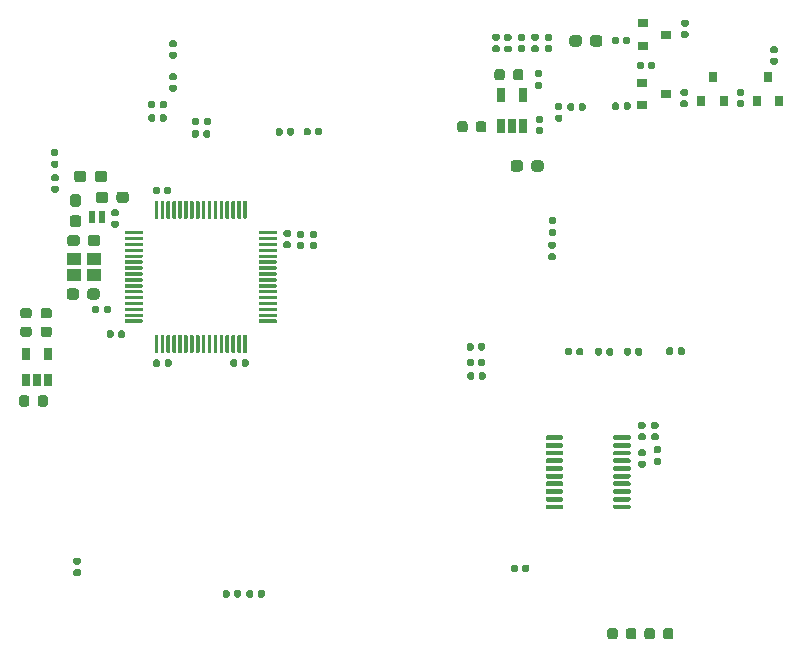
<source format=gtp>
%TF.GenerationSoftware,KiCad,Pcbnew,(5.1.6-0-10_14)*%
%TF.CreationDate,2022-11-25T22:13:13-06:00*%
%TF.ProjectId,mn_wild_siren,6d6e5f77-696c-4645-9f73-6972656e2e6b,rev?*%
%TF.SameCoordinates,Original*%
%TF.FileFunction,Paste,Top*%
%TF.FilePolarity,Positive*%
%FSLAX46Y46*%
G04 Gerber Fmt 4.6, Leading zero omitted, Abs format (unit mm)*
G04 Created by KiCad (PCBNEW (5.1.6-0-10_14)) date 2022-11-25 22:13:13*
%MOMM*%
%LPD*%
G01*
G04 APERTURE LIST*
%ADD10R,0.800000X0.900000*%
%ADD11R,0.900000X0.800000*%
%ADD12R,0.650000X1.060000*%
%ADD13R,0.575000X1.140000*%
%ADD14R,1.200000X1.000000*%
%ADD15R,0.650000X1.220000*%
G04 APERTURE END LIST*
G36*
G01*
X131010000Y-101337500D02*
X131010000Y-101682500D01*
G75*
G02*
X130862500Y-101830000I-147500J0D01*
G01*
X130567500Y-101830000D01*
G75*
G02*
X130420000Y-101682500I0J147500D01*
G01*
X130420000Y-101337500D01*
G75*
G02*
X130567500Y-101190000I147500J0D01*
G01*
X130862500Y-101190000D01*
G75*
G02*
X131010000Y-101337500I0J-147500D01*
G01*
G37*
G36*
G01*
X131980000Y-101337500D02*
X131980000Y-101682500D01*
G75*
G02*
X131832500Y-101830000I-147500J0D01*
G01*
X131537500Y-101830000D01*
G75*
G02*
X131390000Y-101682500I0J147500D01*
G01*
X131390000Y-101337500D01*
G75*
G02*
X131537500Y-101190000I147500J0D01*
G01*
X131832500Y-101190000D01*
G75*
G02*
X131980000Y-101337500I0J-147500D01*
G01*
G37*
G36*
G01*
X130615000Y-90477500D02*
X130615000Y-90002500D01*
G75*
G02*
X130852500Y-89765000I237500J0D01*
G01*
X131427500Y-89765000D01*
G75*
G02*
X131665000Y-90002500I0J-237500D01*
G01*
X131665000Y-90477500D01*
G75*
G02*
X131427500Y-90715000I-237500J0D01*
G01*
X130852500Y-90715000D01*
G75*
G02*
X130615000Y-90477500I0J237500D01*
G01*
G37*
G36*
G01*
X128865000Y-90477500D02*
X128865000Y-90002500D01*
G75*
G02*
X129102500Y-89765000I237500J0D01*
G01*
X129677500Y-89765000D01*
G75*
G02*
X129915000Y-90002500I0J-237500D01*
G01*
X129915000Y-90477500D01*
G75*
G02*
X129677500Y-90715000I-237500J0D01*
G01*
X129102500Y-90715000D01*
G75*
G02*
X128865000Y-90477500I0J237500D01*
G01*
G37*
G36*
G01*
X132460000Y-92247500D02*
X132460000Y-91772500D01*
G75*
G02*
X132697500Y-91535000I237500J0D01*
G01*
X133272500Y-91535000D01*
G75*
G02*
X133510000Y-91772500I0J-237500D01*
G01*
X133510000Y-92247500D01*
G75*
G02*
X133272500Y-92485000I-237500J0D01*
G01*
X132697500Y-92485000D01*
G75*
G02*
X132460000Y-92247500I0J237500D01*
G01*
G37*
G36*
G01*
X130710000Y-92247500D02*
X130710000Y-91772500D01*
G75*
G02*
X130947500Y-91535000I237500J0D01*
G01*
X131522500Y-91535000D01*
G75*
G02*
X131760000Y-91772500I0J-237500D01*
G01*
X131760000Y-92247500D01*
G75*
G02*
X131522500Y-92485000I-237500J0D01*
G01*
X130947500Y-92485000D01*
G75*
G02*
X130710000Y-92247500I0J237500D01*
G01*
G37*
G36*
G01*
X129980000Y-100437500D02*
X129980000Y-99962500D01*
G75*
G02*
X130217500Y-99725000I237500J0D01*
G01*
X130792500Y-99725000D01*
G75*
G02*
X131030000Y-99962500I0J-237500D01*
G01*
X131030000Y-100437500D01*
G75*
G02*
X130792500Y-100675000I-237500J0D01*
G01*
X130217500Y-100675000D01*
G75*
G02*
X129980000Y-100437500I0J237500D01*
G01*
G37*
G36*
G01*
X128230000Y-100437500D02*
X128230000Y-99962500D01*
G75*
G02*
X128467500Y-99725000I237500J0D01*
G01*
X129042500Y-99725000D01*
G75*
G02*
X129280000Y-99962500I0J-237500D01*
G01*
X129280000Y-100437500D01*
G75*
G02*
X129042500Y-100675000I-237500J0D01*
G01*
X128467500Y-100675000D01*
G75*
G02*
X128230000Y-100437500I0J237500D01*
G01*
G37*
G36*
G01*
X129227500Y-92810000D02*
X128752500Y-92810000D01*
G75*
G02*
X128515000Y-92572500I0J237500D01*
G01*
X128515000Y-91997500D01*
G75*
G02*
X128752500Y-91760000I237500J0D01*
G01*
X129227500Y-91760000D01*
G75*
G02*
X129465000Y-91997500I0J-237500D01*
G01*
X129465000Y-92572500D01*
G75*
G02*
X129227500Y-92810000I-237500J0D01*
G01*
G37*
G36*
G01*
X129227500Y-94560000D02*
X128752500Y-94560000D01*
G75*
G02*
X128515000Y-94322500I0J237500D01*
G01*
X128515000Y-93747500D01*
G75*
G02*
X128752500Y-93510000I237500J0D01*
G01*
X129227500Y-93510000D01*
G75*
G02*
X129465000Y-93747500I0J-237500D01*
G01*
X129465000Y-94322500D01*
G75*
G02*
X129227500Y-94560000I-237500J0D01*
G01*
G37*
G36*
G01*
X174897500Y-128703750D02*
X174897500Y-129216250D01*
G75*
G02*
X174678750Y-129435000I-218750J0D01*
G01*
X174241250Y-129435000D01*
G75*
G02*
X174022500Y-129216250I0J218750D01*
G01*
X174022500Y-128703750D01*
G75*
G02*
X174241250Y-128485000I218750J0D01*
G01*
X174678750Y-128485000D01*
G75*
G02*
X174897500Y-128703750I0J-218750D01*
G01*
G37*
G36*
G01*
X176472500Y-128703750D02*
X176472500Y-129216250D01*
G75*
G02*
X176253750Y-129435000I-218750J0D01*
G01*
X175816250Y-129435000D01*
G75*
G02*
X175597500Y-129216250I0J218750D01*
G01*
X175597500Y-128703750D01*
G75*
G02*
X175816250Y-128485000I218750J0D01*
G01*
X176253750Y-128485000D01*
G75*
G02*
X176472500Y-128703750I0J-218750D01*
G01*
G37*
G36*
G01*
X129340000Y-95432500D02*
X129340000Y-95907500D01*
G75*
G02*
X129102500Y-96145000I-237500J0D01*
G01*
X128527500Y-96145000D01*
G75*
G02*
X128290000Y-95907500I0J237500D01*
G01*
X128290000Y-95432500D01*
G75*
G02*
X128527500Y-95195000I237500J0D01*
G01*
X129102500Y-95195000D01*
G75*
G02*
X129340000Y-95432500I0J-237500D01*
G01*
G37*
G36*
G01*
X131090000Y-95432500D02*
X131090000Y-95907500D01*
G75*
G02*
X130852500Y-96145000I-237500J0D01*
G01*
X130277500Y-96145000D01*
G75*
G02*
X130040000Y-95907500I0J237500D01*
G01*
X130040000Y-95432500D01*
G75*
G02*
X130277500Y-95195000I237500J0D01*
G01*
X130852500Y-95195000D01*
G75*
G02*
X131090000Y-95432500I0J-237500D01*
G01*
G37*
G36*
G01*
X178737500Y-129216250D02*
X178737500Y-128703750D01*
G75*
G02*
X178956250Y-128485000I218750J0D01*
G01*
X179393750Y-128485000D01*
G75*
G02*
X179612500Y-128703750I0J-218750D01*
G01*
X179612500Y-129216250D01*
G75*
G02*
X179393750Y-129435000I-218750J0D01*
G01*
X178956250Y-129435000D01*
G75*
G02*
X178737500Y-129216250I0J218750D01*
G01*
G37*
G36*
G01*
X177162500Y-129216250D02*
X177162500Y-128703750D01*
G75*
G02*
X177381250Y-128485000I218750J0D01*
G01*
X177818750Y-128485000D01*
G75*
G02*
X178037500Y-128703750I0J-218750D01*
G01*
X178037500Y-129216250D01*
G75*
G02*
X177818750Y-129435000I-218750J0D01*
G01*
X177381250Y-129435000D01*
G75*
G02*
X177162500Y-129216250I0J218750D01*
G01*
G37*
G36*
G01*
X132512500Y-93595000D02*
X132167500Y-93595000D01*
G75*
G02*
X132020000Y-93447500I0J147500D01*
G01*
X132020000Y-93152500D01*
G75*
G02*
X132167500Y-93005000I147500J0D01*
G01*
X132512500Y-93005000D01*
G75*
G02*
X132660000Y-93152500I0J-147500D01*
G01*
X132660000Y-93447500D01*
G75*
G02*
X132512500Y-93595000I-147500J0D01*
G01*
G37*
G36*
G01*
X132512500Y-94565000D02*
X132167500Y-94565000D01*
G75*
G02*
X132020000Y-94417500I0J147500D01*
G01*
X132020000Y-94122500D01*
G75*
G02*
X132167500Y-93975000I147500J0D01*
G01*
X132512500Y-93975000D01*
G75*
G02*
X132660000Y-94122500I0J-147500D01*
G01*
X132660000Y-94417500D01*
G75*
G02*
X132512500Y-94565000I-147500J0D01*
G01*
G37*
G36*
G01*
X132590000Y-103772500D02*
X132590000Y-103427500D01*
G75*
G02*
X132737500Y-103280000I147500J0D01*
G01*
X133032500Y-103280000D01*
G75*
G02*
X133180000Y-103427500I0J-147500D01*
G01*
X133180000Y-103772500D01*
G75*
G02*
X133032500Y-103920000I-147500J0D01*
G01*
X132737500Y-103920000D01*
G75*
G02*
X132590000Y-103772500I0J147500D01*
G01*
G37*
G36*
G01*
X131620000Y-103772500D02*
X131620000Y-103427500D01*
G75*
G02*
X131767500Y-103280000I147500J0D01*
G01*
X132062500Y-103280000D01*
G75*
G02*
X132210000Y-103427500I0J-147500D01*
G01*
X132210000Y-103772500D01*
G75*
G02*
X132062500Y-103920000I-147500J0D01*
G01*
X131767500Y-103920000D01*
G75*
G02*
X131620000Y-103772500I0J147500D01*
G01*
G37*
G36*
G01*
X166455000Y-123257500D02*
X166455000Y-123602500D01*
G75*
G02*
X166307500Y-123750000I-147500J0D01*
G01*
X166012500Y-123750000D01*
G75*
G02*
X165865000Y-123602500I0J147500D01*
G01*
X165865000Y-123257500D01*
G75*
G02*
X166012500Y-123110000I147500J0D01*
G01*
X166307500Y-123110000D01*
G75*
G02*
X166455000Y-123257500I0J-147500D01*
G01*
G37*
G36*
G01*
X167425000Y-123257500D02*
X167425000Y-123602500D01*
G75*
G02*
X167277500Y-123750000I-147500J0D01*
G01*
X166982500Y-123750000D01*
G75*
G02*
X166835000Y-123602500I0J147500D01*
G01*
X166835000Y-123257500D01*
G75*
G02*
X166982500Y-123110000I147500J0D01*
G01*
X167277500Y-123110000D01*
G75*
G02*
X167425000Y-123257500I0J-147500D01*
G01*
G37*
G36*
G01*
X136505000Y-91592500D02*
X136505000Y-91247500D01*
G75*
G02*
X136652500Y-91100000I147500J0D01*
G01*
X136947500Y-91100000D01*
G75*
G02*
X137095000Y-91247500I0J-147500D01*
G01*
X137095000Y-91592500D01*
G75*
G02*
X136947500Y-91740000I-147500J0D01*
G01*
X136652500Y-91740000D01*
G75*
G02*
X136505000Y-91592500I0J147500D01*
G01*
G37*
G36*
G01*
X135535000Y-91592500D02*
X135535000Y-91247500D01*
G75*
G02*
X135682500Y-91100000I147500J0D01*
G01*
X135977500Y-91100000D01*
G75*
G02*
X136125000Y-91247500I0J-147500D01*
G01*
X136125000Y-91592500D01*
G75*
G02*
X135977500Y-91740000I-147500J0D01*
G01*
X135682500Y-91740000D01*
G75*
G02*
X135535000Y-91592500I0J147500D01*
G01*
G37*
G36*
G01*
X136150000Y-105877500D02*
X136150000Y-106222500D01*
G75*
G02*
X136002500Y-106370000I-147500J0D01*
G01*
X135707500Y-106370000D01*
G75*
G02*
X135560000Y-106222500I0J147500D01*
G01*
X135560000Y-105877500D01*
G75*
G02*
X135707500Y-105730000I147500J0D01*
G01*
X136002500Y-105730000D01*
G75*
G02*
X136150000Y-105877500I0J-147500D01*
G01*
G37*
G36*
G01*
X137120000Y-105877500D02*
X137120000Y-106222500D01*
G75*
G02*
X136972500Y-106370000I-147500J0D01*
G01*
X136677500Y-106370000D01*
G75*
G02*
X136530000Y-106222500I0J147500D01*
G01*
X136530000Y-105877500D01*
G75*
G02*
X136677500Y-105730000I147500J0D01*
G01*
X136972500Y-105730000D01*
G75*
G02*
X137120000Y-105877500I0J-147500D01*
G01*
G37*
G36*
G01*
X142700000Y-105867500D02*
X142700000Y-106212500D01*
G75*
G02*
X142552500Y-106360000I-147500J0D01*
G01*
X142257500Y-106360000D01*
G75*
G02*
X142110000Y-106212500I0J147500D01*
G01*
X142110000Y-105867500D01*
G75*
G02*
X142257500Y-105720000I147500J0D01*
G01*
X142552500Y-105720000D01*
G75*
G02*
X142700000Y-105867500I0J-147500D01*
G01*
G37*
G36*
G01*
X143670000Y-105867500D02*
X143670000Y-106212500D01*
G75*
G02*
X143522500Y-106360000I-147500J0D01*
G01*
X143227500Y-106360000D01*
G75*
G02*
X143080000Y-106212500I0J147500D01*
G01*
X143080000Y-105867500D01*
G75*
G02*
X143227500Y-105720000I147500J0D01*
G01*
X143522500Y-105720000D01*
G75*
G02*
X143670000Y-105867500I0J-147500D01*
G01*
G37*
G36*
G01*
X146747500Y-95740000D02*
X147092500Y-95740000D01*
G75*
G02*
X147240000Y-95887500I0J-147500D01*
G01*
X147240000Y-96182500D01*
G75*
G02*
X147092500Y-96330000I-147500J0D01*
G01*
X146747500Y-96330000D01*
G75*
G02*
X146600000Y-96182500I0J147500D01*
G01*
X146600000Y-95887500D01*
G75*
G02*
X146747500Y-95740000I147500J0D01*
G01*
G37*
G36*
G01*
X146747500Y-94770000D02*
X147092500Y-94770000D01*
G75*
G02*
X147240000Y-94917500I0J-147500D01*
G01*
X147240000Y-95212500D01*
G75*
G02*
X147092500Y-95360000I-147500J0D01*
G01*
X146747500Y-95360000D01*
G75*
G02*
X146600000Y-95212500I0J147500D01*
G01*
X146600000Y-94917500D01*
G75*
G02*
X146747500Y-94770000I147500J0D01*
G01*
G37*
G36*
G01*
X125792500Y-109506250D02*
X125792500Y-108993750D01*
G75*
G02*
X126011250Y-108775000I218750J0D01*
G01*
X126448750Y-108775000D01*
G75*
G02*
X126667500Y-108993750I0J-218750D01*
G01*
X126667500Y-109506250D01*
G75*
G02*
X126448750Y-109725000I-218750J0D01*
G01*
X126011250Y-109725000D01*
G75*
G02*
X125792500Y-109506250I0J218750D01*
G01*
G37*
G36*
G01*
X124217500Y-109506250D02*
X124217500Y-108993750D01*
G75*
G02*
X124436250Y-108775000I218750J0D01*
G01*
X124873750Y-108775000D01*
G75*
G02*
X125092500Y-108993750I0J-218750D01*
G01*
X125092500Y-109506250D01*
G75*
G02*
X124873750Y-109725000I-218750J0D01*
G01*
X124436250Y-109725000D01*
G75*
G02*
X124217500Y-109506250I0J218750D01*
G01*
G37*
G36*
G01*
X147867500Y-95790000D02*
X148212500Y-95790000D01*
G75*
G02*
X148360000Y-95937500I0J-147500D01*
G01*
X148360000Y-96232500D01*
G75*
G02*
X148212500Y-96380000I-147500J0D01*
G01*
X147867500Y-96380000D01*
G75*
G02*
X147720000Y-96232500I0J147500D01*
G01*
X147720000Y-95937500D01*
G75*
G02*
X147867500Y-95790000I147500J0D01*
G01*
G37*
G36*
G01*
X147867500Y-94820000D02*
X148212500Y-94820000D01*
G75*
G02*
X148360000Y-94967500I0J-147500D01*
G01*
X148360000Y-95262500D01*
G75*
G02*
X148212500Y-95410000I-147500J0D01*
G01*
X147867500Y-95410000D01*
G75*
G02*
X147720000Y-95262500I0J147500D01*
G01*
X147720000Y-94967500D01*
G75*
G02*
X147867500Y-94820000I147500J0D01*
G01*
G37*
G36*
G01*
X148977500Y-95805000D02*
X149322500Y-95805000D01*
G75*
G02*
X149470000Y-95952500I0J-147500D01*
G01*
X149470000Y-96247500D01*
G75*
G02*
X149322500Y-96395000I-147500J0D01*
G01*
X148977500Y-96395000D01*
G75*
G02*
X148830000Y-96247500I0J147500D01*
G01*
X148830000Y-95952500D01*
G75*
G02*
X148977500Y-95805000I147500J0D01*
G01*
G37*
G36*
G01*
X148977500Y-94835000D02*
X149322500Y-94835000D01*
G75*
G02*
X149470000Y-94982500I0J-147500D01*
G01*
X149470000Y-95277500D01*
G75*
G02*
X149322500Y-95425000I-147500J0D01*
G01*
X148977500Y-95425000D01*
G75*
G02*
X148830000Y-95277500I0J147500D01*
G01*
X148830000Y-94982500D01*
G75*
G02*
X148977500Y-94835000I147500J0D01*
G01*
G37*
G36*
G01*
X126776250Y-102260000D02*
X126263750Y-102260000D01*
G75*
G02*
X126045000Y-102041250I0J218750D01*
G01*
X126045000Y-101603750D01*
G75*
G02*
X126263750Y-101385000I218750J0D01*
G01*
X126776250Y-101385000D01*
G75*
G02*
X126995000Y-101603750I0J-218750D01*
G01*
X126995000Y-102041250D01*
G75*
G02*
X126776250Y-102260000I-218750J0D01*
G01*
G37*
G36*
G01*
X126776250Y-103835000D02*
X126263750Y-103835000D01*
G75*
G02*
X126045000Y-103616250I0J218750D01*
G01*
X126045000Y-103178750D01*
G75*
G02*
X126263750Y-102960000I218750J0D01*
G01*
X126776250Y-102960000D01*
G75*
G02*
X126995000Y-103178750I0J-218750D01*
G01*
X126995000Y-103616250D01*
G75*
G02*
X126776250Y-103835000I-218750J0D01*
G01*
G37*
G36*
G01*
X125056250Y-102260000D02*
X124543750Y-102260000D01*
G75*
G02*
X124325000Y-102041250I0J218750D01*
G01*
X124325000Y-101603750D01*
G75*
G02*
X124543750Y-101385000I218750J0D01*
G01*
X125056250Y-101385000D01*
G75*
G02*
X125275000Y-101603750I0J-218750D01*
G01*
X125275000Y-102041250D01*
G75*
G02*
X125056250Y-102260000I-218750J0D01*
G01*
G37*
G36*
G01*
X125056250Y-103835000D02*
X124543750Y-103835000D01*
G75*
G02*
X124325000Y-103616250I0J218750D01*
G01*
X124325000Y-103178750D01*
G75*
G02*
X124543750Y-102960000I218750J0D01*
G01*
X125056250Y-102960000D01*
G75*
G02*
X125275000Y-103178750I0J-218750D01*
G01*
X125275000Y-103616250D01*
G75*
G02*
X125056250Y-103835000I-218750J0D01*
G01*
G37*
G36*
G01*
X166037500Y-81876250D02*
X166037500Y-81363750D01*
G75*
G02*
X166256250Y-81145000I218750J0D01*
G01*
X166693750Y-81145000D01*
G75*
G02*
X166912500Y-81363750I0J-218750D01*
G01*
X166912500Y-81876250D01*
G75*
G02*
X166693750Y-82095000I-218750J0D01*
G01*
X166256250Y-82095000D01*
G75*
G02*
X166037500Y-81876250I0J218750D01*
G01*
G37*
G36*
G01*
X164462500Y-81876250D02*
X164462500Y-81363750D01*
G75*
G02*
X164681250Y-81145000I218750J0D01*
G01*
X165118750Y-81145000D01*
G75*
G02*
X165337500Y-81363750I0J-218750D01*
G01*
X165337500Y-81876250D01*
G75*
G02*
X165118750Y-82095000I-218750J0D01*
G01*
X164681250Y-82095000D01*
G75*
G02*
X164462500Y-81876250I0J218750D01*
G01*
G37*
G36*
G01*
X162190000Y-85783750D02*
X162190000Y-86296250D01*
G75*
G02*
X161971250Y-86515000I-218750J0D01*
G01*
X161533750Y-86515000D01*
G75*
G02*
X161315000Y-86296250I0J218750D01*
G01*
X161315000Y-85783750D01*
G75*
G02*
X161533750Y-85565000I218750J0D01*
G01*
X161971250Y-85565000D01*
G75*
G02*
X162190000Y-85783750I0J-218750D01*
G01*
G37*
G36*
G01*
X163765000Y-85783750D02*
X163765000Y-86296250D01*
G75*
G02*
X163546250Y-86515000I-218750J0D01*
G01*
X163108750Y-86515000D01*
G75*
G02*
X162890000Y-86296250I0J218750D01*
G01*
X162890000Y-85783750D01*
G75*
G02*
X163108750Y-85565000I218750J0D01*
G01*
X163546250Y-85565000D01*
G75*
G02*
X163765000Y-85783750I0J-218750D01*
G01*
G37*
D10*
X187630000Y-81810000D03*
X188580000Y-83810000D03*
X186680000Y-83810000D03*
X182940000Y-81820000D03*
X183890000Y-83820000D03*
X181990000Y-83820000D03*
D11*
X178980000Y-83250000D03*
X176980000Y-84200000D03*
X176980000Y-82300000D03*
X179000000Y-78230000D03*
X177000000Y-79180000D03*
X177000000Y-77280000D03*
G36*
G01*
X142410000Y-125742500D02*
X142410000Y-125397500D01*
G75*
G02*
X142557500Y-125250000I147500J0D01*
G01*
X142852500Y-125250000D01*
G75*
G02*
X143000000Y-125397500I0J-147500D01*
G01*
X143000000Y-125742500D01*
G75*
G02*
X142852500Y-125890000I-147500J0D01*
G01*
X142557500Y-125890000D01*
G75*
G02*
X142410000Y-125742500I0J147500D01*
G01*
G37*
G36*
G01*
X141440000Y-125742500D02*
X141440000Y-125397500D01*
G75*
G02*
X141587500Y-125250000I147500J0D01*
G01*
X141882500Y-125250000D01*
G75*
G02*
X142030000Y-125397500I0J-147500D01*
G01*
X142030000Y-125742500D01*
G75*
G02*
X141882500Y-125890000I-147500J0D01*
G01*
X141587500Y-125890000D01*
G75*
G02*
X141440000Y-125742500I0J147500D01*
G01*
G37*
G36*
G01*
X137422500Y-82095000D02*
X137077500Y-82095000D01*
G75*
G02*
X136930000Y-81947500I0J147500D01*
G01*
X136930000Y-81652500D01*
G75*
G02*
X137077500Y-81505000I147500J0D01*
G01*
X137422500Y-81505000D01*
G75*
G02*
X137570000Y-81652500I0J-147500D01*
G01*
X137570000Y-81947500D01*
G75*
G02*
X137422500Y-82095000I-147500J0D01*
G01*
G37*
G36*
G01*
X137422500Y-83065000D02*
X137077500Y-83065000D01*
G75*
G02*
X136930000Y-82917500I0J147500D01*
G01*
X136930000Y-82622500D01*
G75*
G02*
X137077500Y-82475000I147500J0D01*
G01*
X137422500Y-82475000D01*
G75*
G02*
X137570000Y-82622500I0J-147500D01*
G01*
X137570000Y-82917500D01*
G75*
G02*
X137422500Y-83065000I-147500J0D01*
G01*
G37*
G36*
G01*
X162720000Y-105817500D02*
X162720000Y-106162500D01*
G75*
G02*
X162572500Y-106310000I-147500J0D01*
G01*
X162277500Y-106310000D01*
G75*
G02*
X162130000Y-106162500I0J147500D01*
G01*
X162130000Y-105817500D01*
G75*
G02*
X162277500Y-105670000I147500J0D01*
G01*
X162572500Y-105670000D01*
G75*
G02*
X162720000Y-105817500I0J-147500D01*
G01*
G37*
G36*
G01*
X163690000Y-105817500D02*
X163690000Y-106162500D01*
G75*
G02*
X163542500Y-106310000I-147500J0D01*
G01*
X163247500Y-106310000D01*
G75*
G02*
X163100000Y-106162500I0J147500D01*
G01*
X163100000Y-105817500D01*
G75*
G02*
X163247500Y-105670000I147500J0D01*
G01*
X163542500Y-105670000D01*
G75*
G02*
X163690000Y-105817500I0J-147500D01*
G01*
G37*
G36*
G01*
X175395000Y-84459500D02*
X175395000Y-84114500D01*
G75*
G02*
X175542500Y-83967000I147500J0D01*
G01*
X175837500Y-83967000D01*
G75*
G02*
X175985000Y-84114500I0J-147500D01*
G01*
X175985000Y-84459500D01*
G75*
G02*
X175837500Y-84607000I-147500J0D01*
G01*
X175542500Y-84607000D01*
G75*
G02*
X175395000Y-84459500I0J147500D01*
G01*
G37*
G36*
G01*
X174425000Y-84459500D02*
X174425000Y-84114500D01*
G75*
G02*
X174572500Y-83967000I147500J0D01*
G01*
X174867500Y-83967000D01*
G75*
G02*
X175015000Y-84114500I0J-147500D01*
G01*
X175015000Y-84459500D01*
G75*
G02*
X174867500Y-84607000I-147500J0D01*
G01*
X174572500Y-84607000D01*
G75*
G02*
X174425000Y-84459500I0J147500D01*
G01*
G37*
G36*
G01*
X187957500Y-80185000D02*
X188302500Y-80185000D01*
G75*
G02*
X188450000Y-80332500I0J-147500D01*
G01*
X188450000Y-80627500D01*
G75*
G02*
X188302500Y-80775000I-147500J0D01*
G01*
X187957500Y-80775000D01*
G75*
G02*
X187810000Y-80627500I0J147500D01*
G01*
X187810000Y-80332500D01*
G75*
G02*
X187957500Y-80185000I147500J0D01*
G01*
G37*
G36*
G01*
X187957500Y-79215000D02*
X188302500Y-79215000D01*
G75*
G02*
X188450000Y-79362500I0J-147500D01*
G01*
X188450000Y-79657500D01*
G75*
G02*
X188302500Y-79805000I-147500J0D01*
G01*
X187957500Y-79805000D01*
G75*
G02*
X187810000Y-79657500I0J147500D01*
G01*
X187810000Y-79362500D01*
G75*
G02*
X187957500Y-79215000I147500J0D01*
G01*
G37*
G36*
G01*
X179980000Y-105212500D02*
X179980000Y-104867500D01*
G75*
G02*
X180127500Y-104720000I147500J0D01*
G01*
X180422500Y-104720000D01*
G75*
G02*
X180570000Y-104867500I0J-147500D01*
G01*
X180570000Y-105212500D01*
G75*
G02*
X180422500Y-105360000I-147500J0D01*
G01*
X180127500Y-105360000D01*
G75*
G02*
X179980000Y-105212500I0J147500D01*
G01*
G37*
G36*
G01*
X179010000Y-105212500D02*
X179010000Y-104867500D01*
G75*
G02*
X179157500Y-104720000I147500J0D01*
G01*
X179452500Y-104720000D01*
G75*
G02*
X179600000Y-104867500I0J-147500D01*
G01*
X179600000Y-105212500D01*
G75*
G02*
X179452500Y-105360000I-147500J0D01*
G01*
X179157500Y-105360000D01*
G75*
G02*
X179010000Y-105212500I0J147500D01*
G01*
G37*
G36*
G01*
X171405000Y-105242500D02*
X171405000Y-104897500D01*
G75*
G02*
X171552500Y-104750000I147500J0D01*
G01*
X171847500Y-104750000D01*
G75*
G02*
X171995000Y-104897500I0J-147500D01*
G01*
X171995000Y-105242500D01*
G75*
G02*
X171847500Y-105390000I-147500J0D01*
G01*
X171552500Y-105390000D01*
G75*
G02*
X171405000Y-105242500I0J147500D01*
G01*
G37*
G36*
G01*
X170435000Y-105242500D02*
X170435000Y-104897500D01*
G75*
G02*
X170582500Y-104750000I147500J0D01*
G01*
X170877500Y-104750000D01*
G75*
G02*
X171025000Y-104897500I0J-147500D01*
G01*
X171025000Y-105242500D01*
G75*
G02*
X170877500Y-105390000I-147500J0D01*
G01*
X170582500Y-105390000D01*
G75*
G02*
X170435000Y-105242500I0J147500D01*
G01*
G37*
G36*
G01*
X176385000Y-105252500D02*
X176385000Y-104907500D01*
G75*
G02*
X176532500Y-104760000I147500J0D01*
G01*
X176827500Y-104760000D01*
G75*
G02*
X176975000Y-104907500I0J-147500D01*
G01*
X176975000Y-105252500D01*
G75*
G02*
X176827500Y-105400000I-147500J0D01*
G01*
X176532500Y-105400000D01*
G75*
G02*
X176385000Y-105252500I0J147500D01*
G01*
G37*
G36*
G01*
X175415000Y-105252500D02*
X175415000Y-104907500D01*
G75*
G02*
X175562500Y-104760000I147500J0D01*
G01*
X175857500Y-104760000D01*
G75*
G02*
X176005000Y-104907500I0J-147500D01*
G01*
X176005000Y-105252500D01*
G75*
G02*
X175857500Y-105400000I-147500J0D01*
G01*
X175562500Y-105400000D01*
G75*
G02*
X175415000Y-105252500I0J147500D01*
G01*
G37*
G36*
G01*
X185117500Y-83790000D02*
X185462500Y-83790000D01*
G75*
G02*
X185610000Y-83937500I0J-147500D01*
G01*
X185610000Y-84232500D01*
G75*
G02*
X185462500Y-84380000I-147500J0D01*
G01*
X185117500Y-84380000D01*
G75*
G02*
X184970000Y-84232500I0J147500D01*
G01*
X184970000Y-83937500D01*
G75*
G02*
X185117500Y-83790000I147500J0D01*
G01*
G37*
G36*
G01*
X185117500Y-82820000D02*
X185462500Y-82820000D01*
G75*
G02*
X185610000Y-82967500I0J-147500D01*
G01*
X185610000Y-83262500D01*
G75*
G02*
X185462500Y-83410000I-147500J0D01*
G01*
X185117500Y-83410000D01*
G75*
G02*
X184970000Y-83262500I0J147500D01*
G01*
X184970000Y-82967500D01*
G75*
G02*
X185117500Y-82820000I147500J0D01*
G01*
G37*
G36*
G01*
X127077500Y-91035000D02*
X127422500Y-91035000D01*
G75*
G02*
X127570000Y-91182500I0J-147500D01*
G01*
X127570000Y-91477500D01*
G75*
G02*
X127422500Y-91625000I-147500J0D01*
G01*
X127077500Y-91625000D01*
G75*
G02*
X126930000Y-91477500I0J147500D01*
G01*
X126930000Y-91182500D01*
G75*
G02*
X127077500Y-91035000I147500J0D01*
G01*
G37*
G36*
G01*
X127077500Y-90065000D02*
X127422500Y-90065000D01*
G75*
G02*
X127570000Y-90212500I0J-147500D01*
G01*
X127570000Y-90507500D01*
G75*
G02*
X127422500Y-90655000I-147500J0D01*
G01*
X127077500Y-90655000D01*
G75*
G02*
X126930000Y-90507500I0J147500D01*
G01*
X126930000Y-90212500D01*
G75*
G02*
X127077500Y-90065000I147500J0D01*
G01*
G37*
G36*
G01*
X169157500Y-96735000D02*
X169502500Y-96735000D01*
G75*
G02*
X169650000Y-96882500I0J-147500D01*
G01*
X169650000Y-97177500D01*
G75*
G02*
X169502500Y-97325000I-147500J0D01*
G01*
X169157500Y-97325000D01*
G75*
G02*
X169010000Y-97177500I0J147500D01*
G01*
X169010000Y-96882500D01*
G75*
G02*
X169157500Y-96735000I147500J0D01*
G01*
G37*
G36*
G01*
X169157500Y-95765000D02*
X169502500Y-95765000D01*
G75*
G02*
X169650000Y-95912500I0J-147500D01*
G01*
X169650000Y-96207500D01*
G75*
G02*
X169502500Y-96355000I-147500J0D01*
G01*
X169157500Y-96355000D01*
G75*
G02*
X169010000Y-96207500I0J147500D01*
G01*
X169010000Y-95912500D01*
G75*
G02*
X169157500Y-95765000I147500J0D01*
G01*
G37*
G36*
G01*
X169542500Y-94285000D02*
X169197500Y-94285000D01*
G75*
G02*
X169050000Y-94137500I0J147500D01*
G01*
X169050000Y-93842500D01*
G75*
G02*
X169197500Y-93695000I147500J0D01*
G01*
X169542500Y-93695000D01*
G75*
G02*
X169690000Y-93842500I0J-147500D01*
G01*
X169690000Y-94137500D01*
G75*
G02*
X169542500Y-94285000I-147500J0D01*
G01*
G37*
G36*
G01*
X169542500Y-95255000D02*
X169197500Y-95255000D01*
G75*
G02*
X169050000Y-95107500I0J147500D01*
G01*
X169050000Y-94812500D01*
G75*
G02*
X169197500Y-94665000I147500J0D01*
G01*
X169542500Y-94665000D01*
G75*
G02*
X169690000Y-94812500I0J-147500D01*
G01*
X169690000Y-95107500D01*
G75*
G02*
X169542500Y-95255000I-147500J0D01*
G01*
G37*
G36*
G01*
X127057500Y-88895000D02*
X127402500Y-88895000D01*
G75*
G02*
X127550000Y-89042500I0J-147500D01*
G01*
X127550000Y-89337500D01*
G75*
G02*
X127402500Y-89485000I-147500J0D01*
G01*
X127057500Y-89485000D01*
G75*
G02*
X126910000Y-89337500I0J147500D01*
G01*
X126910000Y-89042500D01*
G75*
G02*
X127057500Y-88895000I147500J0D01*
G01*
G37*
G36*
G01*
X127057500Y-87925000D02*
X127402500Y-87925000D01*
G75*
G02*
X127550000Y-88072500I0J-147500D01*
G01*
X127550000Y-88367500D01*
G75*
G02*
X127402500Y-88515000I-147500J0D01*
G01*
X127057500Y-88515000D01*
G75*
G02*
X126910000Y-88367500I0J147500D01*
G01*
X126910000Y-88072500D01*
G75*
G02*
X127057500Y-87925000I147500J0D01*
G01*
G37*
G36*
G01*
X144050000Y-125407500D02*
X144050000Y-125752500D01*
G75*
G02*
X143902500Y-125900000I-147500J0D01*
G01*
X143607500Y-125900000D01*
G75*
G02*
X143460000Y-125752500I0J147500D01*
G01*
X143460000Y-125407500D01*
G75*
G02*
X143607500Y-125260000I147500J0D01*
G01*
X143902500Y-125260000D01*
G75*
G02*
X144050000Y-125407500I0J-147500D01*
G01*
G37*
G36*
G01*
X145020000Y-125407500D02*
X145020000Y-125752500D01*
G75*
G02*
X144872500Y-125900000I-147500J0D01*
G01*
X144577500Y-125900000D01*
G75*
G02*
X144430000Y-125752500I0J147500D01*
G01*
X144430000Y-125407500D01*
G75*
G02*
X144577500Y-125260000I147500J0D01*
G01*
X144872500Y-125260000D01*
G75*
G02*
X145020000Y-125407500I0J-147500D01*
G01*
G37*
G36*
G01*
X148895000Y-86277500D02*
X148895000Y-86622500D01*
G75*
G02*
X148747500Y-86770000I-147500J0D01*
G01*
X148452500Y-86770000D01*
G75*
G02*
X148305000Y-86622500I0J147500D01*
G01*
X148305000Y-86277500D01*
G75*
G02*
X148452500Y-86130000I147500J0D01*
G01*
X148747500Y-86130000D01*
G75*
G02*
X148895000Y-86277500I0J-147500D01*
G01*
G37*
G36*
G01*
X149865000Y-86277500D02*
X149865000Y-86622500D01*
G75*
G02*
X149717500Y-86770000I-147500J0D01*
G01*
X149422500Y-86770000D01*
G75*
G02*
X149275000Y-86622500I0J147500D01*
G01*
X149275000Y-86277500D01*
G75*
G02*
X149422500Y-86130000I147500J0D01*
G01*
X149717500Y-86130000D01*
G75*
G02*
X149865000Y-86277500I0J-147500D01*
G01*
G37*
G36*
G01*
X146520000Y-86287500D02*
X146520000Y-86632500D01*
G75*
G02*
X146372500Y-86780000I-147500J0D01*
G01*
X146077500Y-86780000D01*
G75*
G02*
X145930000Y-86632500I0J147500D01*
G01*
X145930000Y-86287500D01*
G75*
G02*
X146077500Y-86140000I147500J0D01*
G01*
X146372500Y-86140000D01*
G75*
G02*
X146520000Y-86287500I0J-147500D01*
G01*
G37*
G36*
G01*
X147490000Y-86287500D02*
X147490000Y-86632500D01*
G75*
G02*
X147342500Y-86780000I-147500J0D01*
G01*
X147047500Y-86780000D01*
G75*
G02*
X146900000Y-86632500I0J147500D01*
G01*
X146900000Y-86287500D01*
G75*
G02*
X147047500Y-86140000I147500J0D01*
G01*
X147342500Y-86140000D01*
G75*
G02*
X147490000Y-86287500I0J-147500D01*
G01*
G37*
G36*
G01*
X137077500Y-79685000D02*
X137422500Y-79685000D01*
G75*
G02*
X137570000Y-79832500I0J-147500D01*
G01*
X137570000Y-80127500D01*
G75*
G02*
X137422500Y-80275000I-147500J0D01*
G01*
X137077500Y-80275000D01*
G75*
G02*
X136930000Y-80127500I0J147500D01*
G01*
X136930000Y-79832500D01*
G75*
G02*
X137077500Y-79685000I147500J0D01*
G01*
G37*
G36*
G01*
X137077500Y-78715000D02*
X137422500Y-78715000D01*
G75*
G02*
X137570000Y-78862500I0J-147500D01*
G01*
X137570000Y-79157500D01*
G75*
G02*
X137422500Y-79305000I-147500J0D01*
G01*
X137077500Y-79305000D01*
G75*
G02*
X136930000Y-79157500I0J147500D01*
G01*
X136930000Y-78862500D01*
G75*
G02*
X137077500Y-78715000I147500J0D01*
G01*
G37*
G36*
G01*
X136125000Y-85462500D02*
X136125000Y-85117500D01*
G75*
G02*
X136272500Y-84970000I147500J0D01*
G01*
X136567500Y-84970000D01*
G75*
G02*
X136715000Y-85117500I0J-147500D01*
G01*
X136715000Y-85462500D01*
G75*
G02*
X136567500Y-85610000I-147500J0D01*
G01*
X136272500Y-85610000D01*
G75*
G02*
X136125000Y-85462500I0J147500D01*
G01*
G37*
G36*
G01*
X135155000Y-85462500D02*
X135155000Y-85117500D01*
G75*
G02*
X135302500Y-84970000I147500J0D01*
G01*
X135597500Y-84970000D01*
G75*
G02*
X135745000Y-85117500I0J-147500D01*
G01*
X135745000Y-85462500D01*
G75*
G02*
X135597500Y-85610000I-147500J0D01*
G01*
X135302500Y-85610000D01*
G75*
G02*
X135155000Y-85462500I0J147500D01*
G01*
G37*
G36*
G01*
X135735000Y-83987500D02*
X135735000Y-84332500D01*
G75*
G02*
X135587500Y-84480000I-147500J0D01*
G01*
X135292500Y-84480000D01*
G75*
G02*
X135145000Y-84332500I0J147500D01*
G01*
X135145000Y-83987500D01*
G75*
G02*
X135292500Y-83840000I147500J0D01*
G01*
X135587500Y-83840000D01*
G75*
G02*
X135735000Y-83987500I0J-147500D01*
G01*
G37*
G36*
G01*
X136705000Y-83987500D02*
X136705000Y-84332500D01*
G75*
G02*
X136557500Y-84480000I-147500J0D01*
G01*
X136262500Y-84480000D01*
G75*
G02*
X136115000Y-84332500I0J147500D01*
G01*
X136115000Y-83987500D01*
G75*
G02*
X136262500Y-83840000I147500J0D01*
G01*
X136557500Y-83840000D01*
G75*
G02*
X136705000Y-83987500I0J-147500D01*
G01*
G37*
G36*
G01*
X139480000Y-85417500D02*
X139480000Y-85762500D01*
G75*
G02*
X139332500Y-85910000I-147500J0D01*
G01*
X139037500Y-85910000D01*
G75*
G02*
X138890000Y-85762500I0J147500D01*
G01*
X138890000Y-85417500D01*
G75*
G02*
X139037500Y-85270000I147500J0D01*
G01*
X139332500Y-85270000D01*
G75*
G02*
X139480000Y-85417500I0J-147500D01*
G01*
G37*
G36*
G01*
X140450000Y-85417500D02*
X140450000Y-85762500D01*
G75*
G02*
X140302500Y-85910000I-147500J0D01*
G01*
X140007500Y-85910000D01*
G75*
G02*
X139860000Y-85762500I0J147500D01*
G01*
X139860000Y-85417500D01*
G75*
G02*
X140007500Y-85270000I147500J0D01*
G01*
X140302500Y-85270000D01*
G75*
G02*
X140450000Y-85417500I0J-147500D01*
G01*
G37*
G36*
G01*
X139820000Y-86812500D02*
X139820000Y-86467500D01*
G75*
G02*
X139967500Y-86320000I147500J0D01*
G01*
X140262500Y-86320000D01*
G75*
G02*
X140410000Y-86467500I0J-147500D01*
G01*
X140410000Y-86812500D01*
G75*
G02*
X140262500Y-86960000I-147500J0D01*
G01*
X139967500Y-86960000D01*
G75*
G02*
X139820000Y-86812500I0J147500D01*
G01*
G37*
G36*
G01*
X138850000Y-86812500D02*
X138850000Y-86467500D01*
G75*
G02*
X138997500Y-86320000I147500J0D01*
G01*
X139292500Y-86320000D01*
G75*
G02*
X139440000Y-86467500I0J-147500D01*
G01*
X139440000Y-86812500D01*
G75*
G02*
X139292500Y-86960000I-147500J0D01*
G01*
X138997500Y-86960000D01*
G75*
G02*
X138850000Y-86812500I0J147500D01*
G01*
G37*
G36*
G01*
X128947500Y-123480000D02*
X129292500Y-123480000D01*
G75*
G02*
X129440000Y-123627500I0J-147500D01*
G01*
X129440000Y-123922500D01*
G75*
G02*
X129292500Y-124070000I-147500J0D01*
G01*
X128947500Y-124070000D01*
G75*
G02*
X128800000Y-123922500I0J147500D01*
G01*
X128800000Y-123627500D01*
G75*
G02*
X128947500Y-123480000I147500J0D01*
G01*
G37*
G36*
G01*
X128947500Y-122510000D02*
X129292500Y-122510000D01*
G75*
G02*
X129440000Y-122657500I0J-147500D01*
G01*
X129440000Y-122952500D01*
G75*
G02*
X129292500Y-123100000I-147500J0D01*
G01*
X128947500Y-123100000D01*
G75*
G02*
X128800000Y-122952500I0J147500D01*
G01*
X128800000Y-122657500D01*
G75*
G02*
X128947500Y-122510000I147500J0D01*
G01*
G37*
G36*
G01*
X162695000Y-104497500D02*
X162695000Y-104842500D01*
G75*
G02*
X162547500Y-104990000I-147500J0D01*
G01*
X162252500Y-104990000D01*
G75*
G02*
X162105000Y-104842500I0J147500D01*
G01*
X162105000Y-104497500D01*
G75*
G02*
X162252500Y-104350000I147500J0D01*
G01*
X162547500Y-104350000D01*
G75*
G02*
X162695000Y-104497500I0J-147500D01*
G01*
G37*
G36*
G01*
X163665000Y-104497500D02*
X163665000Y-104842500D01*
G75*
G02*
X163517500Y-104990000I-147500J0D01*
G01*
X163222500Y-104990000D01*
G75*
G02*
X163075000Y-104842500I0J147500D01*
G01*
X163075000Y-104497500D01*
G75*
G02*
X163222500Y-104350000I147500J0D01*
G01*
X163517500Y-104350000D01*
G75*
G02*
X163665000Y-104497500I0J-147500D01*
G01*
G37*
G36*
G01*
X163130000Y-107312500D02*
X163130000Y-106967500D01*
G75*
G02*
X163277500Y-106820000I147500J0D01*
G01*
X163572500Y-106820000D01*
G75*
G02*
X163720000Y-106967500I0J-147500D01*
G01*
X163720000Y-107312500D01*
G75*
G02*
X163572500Y-107460000I-147500J0D01*
G01*
X163277500Y-107460000D01*
G75*
G02*
X163130000Y-107312500I0J147500D01*
G01*
G37*
G36*
G01*
X162160000Y-107312500D02*
X162160000Y-106967500D01*
G75*
G02*
X162307500Y-106820000I147500J0D01*
G01*
X162602500Y-106820000D01*
G75*
G02*
X162750000Y-106967500I0J-147500D01*
G01*
X162750000Y-107312500D01*
G75*
G02*
X162602500Y-107460000I-147500J0D01*
G01*
X162307500Y-107460000D01*
G75*
G02*
X162160000Y-107312500I0J147500D01*
G01*
G37*
G36*
G01*
X168372500Y-81835000D02*
X168027500Y-81835000D01*
G75*
G02*
X167880000Y-81687500I0J147500D01*
G01*
X167880000Y-81392500D01*
G75*
G02*
X168027500Y-81245000I147500J0D01*
G01*
X168372500Y-81245000D01*
G75*
G02*
X168520000Y-81392500I0J-147500D01*
G01*
X168520000Y-81687500D01*
G75*
G02*
X168372500Y-81835000I-147500J0D01*
G01*
G37*
G36*
G01*
X168372500Y-82805000D02*
X168027500Y-82805000D01*
G75*
G02*
X167880000Y-82657500I0J147500D01*
G01*
X167880000Y-82362500D01*
G75*
G02*
X168027500Y-82215000I147500J0D01*
G01*
X168372500Y-82215000D01*
G75*
G02*
X168520000Y-82362500I0J-147500D01*
G01*
X168520000Y-82657500D01*
G75*
G02*
X168372500Y-82805000I-147500J0D01*
G01*
G37*
G36*
G01*
X170067500Y-84622000D02*
X169722500Y-84622000D01*
G75*
G02*
X169575000Y-84474500I0J147500D01*
G01*
X169575000Y-84179500D01*
G75*
G02*
X169722500Y-84032000I147500J0D01*
G01*
X170067500Y-84032000D01*
G75*
G02*
X170215000Y-84179500I0J-147500D01*
G01*
X170215000Y-84474500D01*
G75*
G02*
X170067500Y-84622000I-147500J0D01*
G01*
G37*
G36*
G01*
X170067500Y-85592000D02*
X169722500Y-85592000D01*
G75*
G02*
X169575000Y-85444500I0J147500D01*
G01*
X169575000Y-85149500D01*
G75*
G02*
X169722500Y-85002000I147500J0D01*
G01*
X170067500Y-85002000D01*
G75*
G02*
X170215000Y-85149500I0J-147500D01*
G01*
X170215000Y-85444500D01*
G75*
G02*
X170067500Y-85592000I-147500J0D01*
G01*
G37*
G36*
G01*
X171605000Y-84531500D02*
X171605000Y-84186500D01*
G75*
G02*
X171752500Y-84039000I147500J0D01*
G01*
X172047500Y-84039000D01*
G75*
G02*
X172195000Y-84186500I0J-147500D01*
G01*
X172195000Y-84531500D01*
G75*
G02*
X172047500Y-84679000I-147500J0D01*
G01*
X171752500Y-84679000D01*
G75*
G02*
X171605000Y-84531500I0J147500D01*
G01*
G37*
G36*
G01*
X170635000Y-84531500D02*
X170635000Y-84186500D01*
G75*
G02*
X170782500Y-84039000I147500J0D01*
G01*
X171077500Y-84039000D01*
G75*
G02*
X171225000Y-84186500I0J-147500D01*
G01*
X171225000Y-84531500D01*
G75*
G02*
X171077500Y-84679000I-147500J0D01*
G01*
X170782500Y-84679000D01*
G75*
G02*
X170635000Y-84531500I0J147500D01*
G01*
G37*
G36*
G01*
X164749500Y-78751000D02*
X164404500Y-78751000D01*
G75*
G02*
X164257000Y-78603500I0J147500D01*
G01*
X164257000Y-78308500D01*
G75*
G02*
X164404500Y-78161000I147500J0D01*
G01*
X164749500Y-78161000D01*
G75*
G02*
X164897000Y-78308500I0J-147500D01*
G01*
X164897000Y-78603500D01*
G75*
G02*
X164749500Y-78751000I-147500J0D01*
G01*
G37*
G36*
G01*
X164749500Y-79721000D02*
X164404500Y-79721000D01*
G75*
G02*
X164257000Y-79573500I0J147500D01*
G01*
X164257000Y-79278500D01*
G75*
G02*
X164404500Y-79131000I147500J0D01*
G01*
X164749500Y-79131000D01*
G75*
G02*
X164897000Y-79278500I0J-147500D01*
G01*
X164897000Y-79573500D01*
G75*
G02*
X164749500Y-79721000I-147500J0D01*
G01*
G37*
G36*
G01*
X166908500Y-78751000D02*
X166563500Y-78751000D01*
G75*
G02*
X166416000Y-78603500I0J147500D01*
G01*
X166416000Y-78308500D01*
G75*
G02*
X166563500Y-78161000I147500J0D01*
G01*
X166908500Y-78161000D01*
G75*
G02*
X167056000Y-78308500I0J-147500D01*
G01*
X167056000Y-78603500D01*
G75*
G02*
X166908500Y-78751000I-147500J0D01*
G01*
G37*
G36*
G01*
X166908500Y-79721000D02*
X166563500Y-79721000D01*
G75*
G02*
X166416000Y-79573500I0J147500D01*
G01*
X166416000Y-79278500D01*
G75*
G02*
X166563500Y-79131000I147500J0D01*
G01*
X166908500Y-79131000D01*
G75*
G02*
X167056000Y-79278500I0J-147500D01*
G01*
X167056000Y-79573500D01*
G75*
G02*
X166908500Y-79721000I-147500J0D01*
G01*
G37*
G36*
G01*
X165765500Y-78774000D02*
X165420500Y-78774000D01*
G75*
G02*
X165273000Y-78626500I0J147500D01*
G01*
X165273000Y-78331500D01*
G75*
G02*
X165420500Y-78184000I147500J0D01*
G01*
X165765500Y-78184000D01*
G75*
G02*
X165913000Y-78331500I0J-147500D01*
G01*
X165913000Y-78626500D01*
G75*
G02*
X165765500Y-78774000I-147500J0D01*
G01*
G37*
G36*
G01*
X165765500Y-79744000D02*
X165420500Y-79744000D01*
G75*
G02*
X165273000Y-79596500I0J147500D01*
G01*
X165273000Y-79301500D01*
G75*
G02*
X165420500Y-79154000I147500J0D01*
G01*
X165765500Y-79154000D01*
G75*
G02*
X165913000Y-79301500I0J-147500D01*
G01*
X165913000Y-79596500D01*
G75*
G02*
X165765500Y-79744000I-147500J0D01*
G01*
G37*
G36*
G01*
X169194500Y-78751000D02*
X168849500Y-78751000D01*
G75*
G02*
X168702000Y-78603500I0J147500D01*
G01*
X168702000Y-78308500D01*
G75*
G02*
X168849500Y-78161000I147500J0D01*
G01*
X169194500Y-78161000D01*
G75*
G02*
X169342000Y-78308500I0J-147500D01*
G01*
X169342000Y-78603500D01*
G75*
G02*
X169194500Y-78751000I-147500J0D01*
G01*
G37*
G36*
G01*
X169194500Y-79721000D02*
X168849500Y-79721000D01*
G75*
G02*
X168702000Y-79573500I0J147500D01*
G01*
X168702000Y-79278500D01*
G75*
G02*
X168849500Y-79131000I147500J0D01*
G01*
X169194500Y-79131000D01*
G75*
G02*
X169342000Y-79278500I0J-147500D01*
G01*
X169342000Y-79573500D01*
G75*
G02*
X169194500Y-79721000I-147500J0D01*
G01*
G37*
G36*
G01*
X168051500Y-78751000D02*
X167706500Y-78751000D01*
G75*
G02*
X167559000Y-78603500I0J147500D01*
G01*
X167559000Y-78308500D01*
G75*
G02*
X167706500Y-78161000I147500J0D01*
G01*
X168051500Y-78161000D01*
G75*
G02*
X168199000Y-78308500I0J-147500D01*
G01*
X168199000Y-78603500D01*
G75*
G02*
X168051500Y-78751000I-147500J0D01*
G01*
G37*
G36*
G01*
X168051500Y-79721000D02*
X167706500Y-79721000D01*
G75*
G02*
X167559000Y-79573500I0J147500D01*
G01*
X167559000Y-79278500D01*
G75*
G02*
X167706500Y-79131000I147500J0D01*
G01*
X168051500Y-79131000D01*
G75*
G02*
X168199000Y-79278500I0J-147500D01*
G01*
X168199000Y-79573500D01*
G75*
G02*
X168051500Y-79721000I-147500J0D01*
G01*
G37*
G36*
G01*
X177480000Y-81002500D02*
X177480000Y-80657500D01*
G75*
G02*
X177627500Y-80510000I147500J0D01*
G01*
X177922500Y-80510000D01*
G75*
G02*
X178070000Y-80657500I0J-147500D01*
G01*
X178070000Y-81002500D01*
G75*
G02*
X177922500Y-81150000I-147500J0D01*
G01*
X177627500Y-81150000D01*
G75*
G02*
X177480000Y-81002500I0J147500D01*
G01*
G37*
G36*
G01*
X176510000Y-81002500D02*
X176510000Y-80657500D01*
G75*
G02*
X176657500Y-80510000I147500J0D01*
G01*
X176952500Y-80510000D01*
G75*
G02*
X177100000Y-80657500I0J-147500D01*
G01*
X177100000Y-81002500D01*
G75*
G02*
X176952500Y-81150000I-147500J0D01*
G01*
X176657500Y-81150000D01*
G75*
G02*
X176510000Y-81002500I0J147500D01*
G01*
G37*
G36*
G01*
X175357000Y-78908500D02*
X175357000Y-78563500D01*
G75*
G02*
X175504500Y-78416000I147500J0D01*
G01*
X175799500Y-78416000D01*
G75*
G02*
X175947000Y-78563500I0J-147500D01*
G01*
X175947000Y-78908500D01*
G75*
G02*
X175799500Y-79056000I-147500J0D01*
G01*
X175504500Y-79056000D01*
G75*
G02*
X175357000Y-78908500I0J147500D01*
G01*
G37*
G36*
G01*
X174387000Y-78908500D02*
X174387000Y-78563500D01*
G75*
G02*
X174534500Y-78416000I147500J0D01*
G01*
X174829500Y-78416000D01*
G75*
G02*
X174977000Y-78563500I0J-147500D01*
G01*
X174977000Y-78908500D01*
G75*
G02*
X174829500Y-79056000I-147500J0D01*
G01*
X174534500Y-79056000D01*
G75*
G02*
X174387000Y-78908500I0J147500D01*
G01*
G37*
G36*
G01*
X180357500Y-83800000D02*
X180702500Y-83800000D01*
G75*
G02*
X180850000Y-83947500I0J-147500D01*
G01*
X180850000Y-84242500D01*
G75*
G02*
X180702500Y-84390000I-147500J0D01*
G01*
X180357500Y-84390000D01*
G75*
G02*
X180210000Y-84242500I0J147500D01*
G01*
X180210000Y-83947500D01*
G75*
G02*
X180357500Y-83800000I147500J0D01*
G01*
G37*
G36*
G01*
X180357500Y-82830000D02*
X180702500Y-82830000D01*
G75*
G02*
X180850000Y-82977500I0J-147500D01*
G01*
X180850000Y-83272500D01*
G75*
G02*
X180702500Y-83420000I-147500J0D01*
G01*
X180357500Y-83420000D01*
G75*
G02*
X180210000Y-83272500I0J147500D01*
G01*
X180210000Y-82977500D01*
G75*
G02*
X180357500Y-82830000I147500J0D01*
G01*
G37*
G36*
G01*
X180407500Y-77935000D02*
X180752500Y-77935000D01*
G75*
G02*
X180900000Y-78082500I0J-147500D01*
G01*
X180900000Y-78377500D01*
G75*
G02*
X180752500Y-78525000I-147500J0D01*
G01*
X180407500Y-78525000D01*
G75*
G02*
X180260000Y-78377500I0J147500D01*
G01*
X180260000Y-78082500D01*
G75*
G02*
X180407500Y-77935000I147500J0D01*
G01*
G37*
G36*
G01*
X180407500Y-76965000D02*
X180752500Y-76965000D01*
G75*
G02*
X180900000Y-77112500I0J-147500D01*
G01*
X180900000Y-77407500D01*
G75*
G02*
X180752500Y-77555000I-147500J0D01*
G01*
X180407500Y-77555000D01*
G75*
G02*
X180260000Y-77407500I0J147500D01*
G01*
X180260000Y-77112500D01*
G75*
G02*
X180407500Y-76965000I147500J0D01*
G01*
G37*
G36*
G01*
X167585000Y-89587500D02*
X167585000Y-89112500D01*
G75*
G02*
X167822500Y-88875000I237500J0D01*
G01*
X168397500Y-88875000D01*
G75*
G02*
X168635000Y-89112500I0J-237500D01*
G01*
X168635000Y-89587500D01*
G75*
G02*
X168397500Y-89825000I-237500J0D01*
G01*
X167822500Y-89825000D01*
G75*
G02*
X167585000Y-89587500I0J237500D01*
G01*
G37*
G36*
G01*
X165835000Y-89587500D02*
X165835000Y-89112500D01*
G75*
G02*
X166072500Y-88875000I237500J0D01*
G01*
X166647500Y-88875000D01*
G75*
G02*
X166885000Y-89112500I0J-237500D01*
G01*
X166885000Y-89587500D01*
G75*
G02*
X166647500Y-89825000I-237500J0D01*
G01*
X166072500Y-89825000D01*
G75*
G02*
X165835000Y-89587500I0J237500D01*
G01*
G37*
G36*
G01*
X171859000Y-78525500D02*
X171859000Y-79000500D01*
G75*
G02*
X171621500Y-79238000I-237500J0D01*
G01*
X171046500Y-79238000D01*
G75*
G02*
X170809000Y-79000500I0J237500D01*
G01*
X170809000Y-78525500D01*
G75*
G02*
X171046500Y-78288000I237500J0D01*
G01*
X171621500Y-78288000D01*
G75*
G02*
X171859000Y-78525500I0J-237500D01*
G01*
G37*
G36*
G01*
X173609000Y-78525500D02*
X173609000Y-79000500D01*
G75*
G02*
X173371500Y-79238000I-237500J0D01*
G01*
X172796500Y-79238000D01*
G75*
G02*
X172559000Y-79000500I0J237500D01*
G01*
X172559000Y-78525500D01*
G75*
G02*
X172796500Y-78288000I237500J0D01*
G01*
X173371500Y-78288000D01*
G75*
G02*
X173609000Y-78525500I0J-237500D01*
G01*
G37*
G36*
G01*
X173560000Y-104907500D02*
X173560000Y-105252500D01*
G75*
G02*
X173412500Y-105400000I-147500J0D01*
G01*
X173117500Y-105400000D01*
G75*
G02*
X172970000Y-105252500I0J147500D01*
G01*
X172970000Y-104907500D01*
G75*
G02*
X173117500Y-104760000I147500J0D01*
G01*
X173412500Y-104760000D01*
G75*
G02*
X173560000Y-104907500I0J-147500D01*
G01*
G37*
G36*
G01*
X174530000Y-104907500D02*
X174530000Y-105252500D01*
G75*
G02*
X174382500Y-105400000I-147500J0D01*
G01*
X174087500Y-105400000D01*
G75*
G02*
X173940000Y-105252500I0J147500D01*
G01*
X173940000Y-104907500D01*
G75*
G02*
X174087500Y-104760000I147500J0D01*
G01*
X174382500Y-104760000D01*
G75*
G02*
X174530000Y-104907500I0J-147500D01*
G01*
G37*
G36*
G01*
X176763900Y-111998400D02*
X177108900Y-111998400D01*
G75*
G02*
X177256400Y-112145900I0J-147500D01*
G01*
X177256400Y-112440900D01*
G75*
G02*
X177108900Y-112588400I-147500J0D01*
G01*
X176763900Y-112588400D01*
G75*
G02*
X176616400Y-112440900I0J147500D01*
G01*
X176616400Y-112145900D01*
G75*
G02*
X176763900Y-111998400I147500J0D01*
G01*
G37*
G36*
G01*
X176763900Y-111028400D02*
X177108900Y-111028400D01*
G75*
G02*
X177256400Y-111175900I0J-147500D01*
G01*
X177256400Y-111470900D01*
G75*
G02*
X177108900Y-111618400I-147500J0D01*
G01*
X176763900Y-111618400D01*
G75*
G02*
X176616400Y-111470900I0J147500D01*
G01*
X176616400Y-111175900D01*
G75*
G02*
X176763900Y-111028400I147500J0D01*
G01*
G37*
G36*
G01*
X177108900Y-113932200D02*
X176763900Y-113932200D01*
G75*
G02*
X176616400Y-113784700I0J147500D01*
G01*
X176616400Y-113489700D01*
G75*
G02*
X176763900Y-113342200I147500J0D01*
G01*
X177108900Y-113342200D01*
G75*
G02*
X177256400Y-113489700I0J-147500D01*
G01*
X177256400Y-113784700D01*
G75*
G02*
X177108900Y-113932200I-147500J0D01*
G01*
G37*
G36*
G01*
X177108900Y-114902200D02*
X176763900Y-114902200D01*
G75*
G02*
X176616400Y-114754700I0J147500D01*
G01*
X176616400Y-114459700D01*
G75*
G02*
X176763900Y-114312200I147500J0D01*
G01*
X177108900Y-114312200D01*
G75*
G02*
X177256400Y-114459700I0J-147500D01*
G01*
X177256400Y-114754700D01*
G75*
G02*
X177108900Y-114902200I-147500J0D01*
G01*
G37*
G36*
G01*
X177877500Y-112000000D02*
X178222500Y-112000000D01*
G75*
G02*
X178370000Y-112147500I0J-147500D01*
G01*
X178370000Y-112442500D01*
G75*
G02*
X178222500Y-112590000I-147500J0D01*
G01*
X177877500Y-112590000D01*
G75*
G02*
X177730000Y-112442500I0J147500D01*
G01*
X177730000Y-112147500D01*
G75*
G02*
X177877500Y-112000000I147500J0D01*
G01*
G37*
G36*
G01*
X177877500Y-111030000D02*
X178222500Y-111030000D01*
G75*
G02*
X178370000Y-111177500I0J-147500D01*
G01*
X178370000Y-111472500D01*
G75*
G02*
X178222500Y-111620000I-147500J0D01*
G01*
X177877500Y-111620000D01*
G75*
G02*
X177730000Y-111472500I0J147500D01*
G01*
X177730000Y-111177500D01*
G75*
G02*
X177877500Y-111030000I147500J0D01*
G01*
G37*
G36*
G01*
X178077500Y-114060000D02*
X178422500Y-114060000D01*
G75*
G02*
X178570000Y-114207500I0J-147500D01*
G01*
X178570000Y-114502500D01*
G75*
G02*
X178422500Y-114650000I-147500J0D01*
G01*
X178077500Y-114650000D01*
G75*
G02*
X177930000Y-114502500I0J147500D01*
G01*
X177930000Y-114207500D01*
G75*
G02*
X178077500Y-114060000I147500J0D01*
G01*
G37*
G36*
G01*
X178077500Y-113090000D02*
X178422500Y-113090000D01*
G75*
G02*
X178570000Y-113237500I0J-147500D01*
G01*
X178570000Y-113532500D01*
G75*
G02*
X178422500Y-113680000I-147500J0D01*
G01*
X178077500Y-113680000D01*
G75*
G02*
X177930000Y-113532500I0J147500D01*
G01*
X177930000Y-113237500D01*
G75*
G02*
X178077500Y-113090000I147500J0D01*
G01*
G37*
G36*
G01*
X170264800Y-118115600D02*
X170264800Y-118315600D01*
G75*
G02*
X170164800Y-118415600I-100000J0D01*
G01*
X168889800Y-118415600D01*
G75*
G02*
X168789800Y-118315600I0J100000D01*
G01*
X168789800Y-118115600D01*
G75*
G02*
X168889800Y-118015600I100000J0D01*
G01*
X170164800Y-118015600D01*
G75*
G02*
X170264800Y-118115600I0J-100000D01*
G01*
G37*
G36*
G01*
X170264800Y-117465600D02*
X170264800Y-117665600D01*
G75*
G02*
X170164800Y-117765600I-100000J0D01*
G01*
X168889800Y-117765600D01*
G75*
G02*
X168789800Y-117665600I0J100000D01*
G01*
X168789800Y-117465600D01*
G75*
G02*
X168889800Y-117365600I100000J0D01*
G01*
X170164800Y-117365600D01*
G75*
G02*
X170264800Y-117465600I0J-100000D01*
G01*
G37*
G36*
G01*
X170264800Y-116815600D02*
X170264800Y-117015600D01*
G75*
G02*
X170164800Y-117115600I-100000J0D01*
G01*
X168889800Y-117115600D01*
G75*
G02*
X168789800Y-117015600I0J100000D01*
G01*
X168789800Y-116815600D01*
G75*
G02*
X168889800Y-116715600I100000J0D01*
G01*
X170164800Y-116715600D01*
G75*
G02*
X170264800Y-116815600I0J-100000D01*
G01*
G37*
G36*
G01*
X170264800Y-116165600D02*
X170264800Y-116365600D01*
G75*
G02*
X170164800Y-116465600I-100000J0D01*
G01*
X168889800Y-116465600D01*
G75*
G02*
X168789800Y-116365600I0J100000D01*
G01*
X168789800Y-116165600D01*
G75*
G02*
X168889800Y-116065600I100000J0D01*
G01*
X170164800Y-116065600D01*
G75*
G02*
X170264800Y-116165600I0J-100000D01*
G01*
G37*
G36*
G01*
X170264800Y-115515600D02*
X170264800Y-115715600D01*
G75*
G02*
X170164800Y-115815600I-100000J0D01*
G01*
X168889800Y-115815600D01*
G75*
G02*
X168789800Y-115715600I0J100000D01*
G01*
X168789800Y-115515600D01*
G75*
G02*
X168889800Y-115415600I100000J0D01*
G01*
X170164800Y-115415600D01*
G75*
G02*
X170264800Y-115515600I0J-100000D01*
G01*
G37*
G36*
G01*
X170264800Y-114865600D02*
X170264800Y-115065600D01*
G75*
G02*
X170164800Y-115165600I-100000J0D01*
G01*
X168889800Y-115165600D01*
G75*
G02*
X168789800Y-115065600I0J100000D01*
G01*
X168789800Y-114865600D01*
G75*
G02*
X168889800Y-114765600I100000J0D01*
G01*
X170164800Y-114765600D01*
G75*
G02*
X170264800Y-114865600I0J-100000D01*
G01*
G37*
G36*
G01*
X170264800Y-114215600D02*
X170264800Y-114415600D01*
G75*
G02*
X170164800Y-114515600I-100000J0D01*
G01*
X168889800Y-114515600D01*
G75*
G02*
X168789800Y-114415600I0J100000D01*
G01*
X168789800Y-114215600D01*
G75*
G02*
X168889800Y-114115600I100000J0D01*
G01*
X170164800Y-114115600D01*
G75*
G02*
X170264800Y-114215600I0J-100000D01*
G01*
G37*
G36*
G01*
X170264800Y-113565600D02*
X170264800Y-113765600D01*
G75*
G02*
X170164800Y-113865600I-100000J0D01*
G01*
X168889800Y-113865600D01*
G75*
G02*
X168789800Y-113765600I0J100000D01*
G01*
X168789800Y-113565600D01*
G75*
G02*
X168889800Y-113465600I100000J0D01*
G01*
X170164800Y-113465600D01*
G75*
G02*
X170264800Y-113565600I0J-100000D01*
G01*
G37*
G36*
G01*
X170264800Y-112915600D02*
X170264800Y-113115600D01*
G75*
G02*
X170164800Y-113215600I-100000J0D01*
G01*
X168889800Y-113215600D01*
G75*
G02*
X168789800Y-113115600I0J100000D01*
G01*
X168789800Y-112915600D01*
G75*
G02*
X168889800Y-112815600I100000J0D01*
G01*
X170164800Y-112815600D01*
G75*
G02*
X170264800Y-112915600I0J-100000D01*
G01*
G37*
G36*
G01*
X170264800Y-112265600D02*
X170264800Y-112465600D01*
G75*
G02*
X170164800Y-112565600I-100000J0D01*
G01*
X168889800Y-112565600D01*
G75*
G02*
X168789800Y-112465600I0J100000D01*
G01*
X168789800Y-112265600D01*
G75*
G02*
X168889800Y-112165600I100000J0D01*
G01*
X170164800Y-112165600D01*
G75*
G02*
X170264800Y-112265600I0J-100000D01*
G01*
G37*
G36*
G01*
X175989800Y-112265600D02*
X175989800Y-112465600D01*
G75*
G02*
X175889800Y-112565600I-100000J0D01*
G01*
X174614800Y-112565600D01*
G75*
G02*
X174514800Y-112465600I0J100000D01*
G01*
X174514800Y-112265600D01*
G75*
G02*
X174614800Y-112165600I100000J0D01*
G01*
X175889800Y-112165600D01*
G75*
G02*
X175989800Y-112265600I0J-100000D01*
G01*
G37*
G36*
G01*
X175989800Y-112915600D02*
X175989800Y-113115600D01*
G75*
G02*
X175889800Y-113215600I-100000J0D01*
G01*
X174614800Y-113215600D01*
G75*
G02*
X174514800Y-113115600I0J100000D01*
G01*
X174514800Y-112915600D01*
G75*
G02*
X174614800Y-112815600I100000J0D01*
G01*
X175889800Y-112815600D01*
G75*
G02*
X175989800Y-112915600I0J-100000D01*
G01*
G37*
G36*
G01*
X175989800Y-113565600D02*
X175989800Y-113765600D01*
G75*
G02*
X175889800Y-113865600I-100000J0D01*
G01*
X174614800Y-113865600D01*
G75*
G02*
X174514800Y-113765600I0J100000D01*
G01*
X174514800Y-113565600D01*
G75*
G02*
X174614800Y-113465600I100000J0D01*
G01*
X175889800Y-113465600D01*
G75*
G02*
X175989800Y-113565600I0J-100000D01*
G01*
G37*
G36*
G01*
X175989800Y-114215600D02*
X175989800Y-114415600D01*
G75*
G02*
X175889800Y-114515600I-100000J0D01*
G01*
X174614800Y-114515600D01*
G75*
G02*
X174514800Y-114415600I0J100000D01*
G01*
X174514800Y-114215600D01*
G75*
G02*
X174614800Y-114115600I100000J0D01*
G01*
X175889800Y-114115600D01*
G75*
G02*
X175989800Y-114215600I0J-100000D01*
G01*
G37*
G36*
G01*
X175989800Y-114865600D02*
X175989800Y-115065600D01*
G75*
G02*
X175889800Y-115165600I-100000J0D01*
G01*
X174614800Y-115165600D01*
G75*
G02*
X174514800Y-115065600I0J100000D01*
G01*
X174514800Y-114865600D01*
G75*
G02*
X174614800Y-114765600I100000J0D01*
G01*
X175889800Y-114765600D01*
G75*
G02*
X175989800Y-114865600I0J-100000D01*
G01*
G37*
G36*
G01*
X175989800Y-115515600D02*
X175989800Y-115715600D01*
G75*
G02*
X175889800Y-115815600I-100000J0D01*
G01*
X174614800Y-115815600D01*
G75*
G02*
X174514800Y-115715600I0J100000D01*
G01*
X174514800Y-115515600D01*
G75*
G02*
X174614800Y-115415600I100000J0D01*
G01*
X175889800Y-115415600D01*
G75*
G02*
X175989800Y-115515600I0J-100000D01*
G01*
G37*
G36*
G01*
X175989800Y-116165600D02*
X175989800Y-116365600D01*
G75*
G02*
X175889800Y-116465600I-100000J0D01*
G01*
X174614800Y-116465600D01*
G75*
G02*
X174514800Y-116365600I0J100000D01*
G01*
X174514800Y-116165600D01*
G75*
G02*
X174614800Y-116065600I100000J0D01*
G01*
X175889800Y-116065600D01*
G75*
G02*
X175989800Y-116165600I0J-100000D01*
G01*
G37*
G36*
G01*
X175989800Y-116815600D02*
X175989800Y-117015600D01*
G75*
G02*
X175889800Y-117115600I-100000J0D01*
G01*
X174614800Y-117115600D01*
G75*
G02*
X174514800Y-117015600I0J100000D01*
G01*
X174514800Y-116815600D01*
G75*
G02*
X174614800Y-116715600I100000J0D01*
G01*
X175889800Y-116715600D01*
G75*
G02*
X175989800Y-116815600I0J-100000D01*
G01*
G37*
G36*
G01*
X175989800Y-117465600D02*
X175989800Y-117665600D01*
G75*
G02*
X175889800Y-117765600I-100000J0D01*
G01*
X174614800Y-117765600D01*
G75*
G02*
X174514800Y-117665600I0J100000D01*
G01*
X174514800Y-117465600D01*
G75*
G02*
X174614800Y-117365600I100000J0D01*
G01*
X175889800Y-117365600D01*
G75*
G02*
X175989800Y-117465600I0J-100000D01*
G01*
G37*
G36*
G01*
X175989800Y-118115600D02*
X175989800Y-118315600D01*
G75*
G02*
X175889800Y-118415600I-100000J0D01*
G01*
X174614800Y-118415600D01*
G75*
G02*
X174514800Y-118315600I0J100000D01*
G01*
X174514800Y-118115600D01*
G75*
G02*
X174614800Y-118015600I100000J0D01*
G01*
X175889800Y-118015600D01*
G75*
G02*
X175989800Y-118115600I0J-100000D01*
G01*
G37*
G36*
G01*
X135690000Y-93775000D02*
X135690000Y-92375000D01*
G75*
G02*
X135765000Y-92300000I75000J0D01*
G01*
X135915000Y-92300000D01*
G75*
G02*
X135990000Y-92375000I0J-75000D01*
G01*
X135990000Y-93775000D01*
G75*
G02*
X135915000Y-93850000I-75000J0D01*
G01*
X135765000Y-93850000D01*
G75*
G02*
X135690000Y-93775000I0J75000D01*
G01*
G37*
G36*
G01*
X136190000Y-93775000D02*
X136190000Y-92375000D01*
G75*
G02*
X136265000Y-92300000I75000J0D01*
G01*
X136415000Y-92300000D01*
G75*
G02*
X136490000Y-92375000I0J-75000D01*
G01*
X136490000Y-93775000D01*
G75*
G02*
X136415000Y-93850000I-75000J0D01*
G01*
X136265000Y-93850000D01*
G75*
G02*
X136190000Y-93775000I0J75000D01*
G01*
G37*
G36*
G01*
X136690000Y-93775000D02*
X136690000Y-92375000D01*
G75*
G02*
X136765000Y-92300000I75000J0D01*
G01*
X136915000Y-92300000D01*
G75*
G02*
X136990000Y-92375000I0J-75000D01*
G01*
X136990000Y-93775000D01*
G75*
G02*
X136915000Y-93850000I-75000J0D01*
G01*
X136765000Y-93850000D01*
G75*
G02*
X136690000Y-93775000I0J75000D01*
G01*
G37*
G36*
G01*
X137190000Y-93775000D02*
X137190000Y-92375000D01*
G75*
G02*
X137265000Y-92300000I75000J0D01*
G01*
X137415000Y-92300000D01*
G75*
G02*
X137490000Y-92375000I0J-75000D01*
G01*
X137490000Y-93775000D01*
G75*
G02*
X137415000Y-93850000I-75000J0D01*
G01*
X137265000Y-93850000D01*
G75*
G02*
X137190000Y-93775000I0J75000D01*
G01*
G37*
G36*
G01*
X137690000Y-93775000D02*
X137690000Y-92375000D01*
G75*
G02*
X137765000Y-92300000I75000J0D01*
G01*
X137915000Y-92300000D01*
G75*
G02*
X137990000Y-92375000I0J-75000D01*
G01*
X137990000Y-93775000D01*
G75*
G02*
X137915000Y-93850000I-75000J0D01*
G01*
X137765000Y-93850000D01*
G75*
G02*
X137690000Y-93775000I0J75000D01*
G01*
G37*
G36*
G01*
X138190000Y-93775000D02*
X138190000Y-92375000D01*
G75*
G02*
X138265000Y-92300000I75000J0D01*
G01*
X138415000Y-92300000D01*
G75*
G02*
X138490000Y-92375000I0J-75000D01*
G01*
X138490000Y-93775000D01*
G75*
G02*
X138415000Y-93850000I-75000J0D01*
G01*
X138265000Y-93850000D01*
G75*
G02*
X138190000Y-93775000I0J75000D01*
G01*
G37*
G36*
G01*
X138690000Y-93775000D02*
X138690000Y-92375000D01*
G75*
G02*
X138765000Y-92300000I75000J0D01*
G01*
X138915000Y-92300000D01*
G75*
G02*
X138990000Y-92375000I0J-75000D01*
G01*
X138990000Y-93775000D01*
G75*
G02*
X138915000Y-93850000I-75000J0D01*
G01*
X138765000Y-93850000D01*
G75*
G02*
X138690000Y-93775000I0J75000D01*
G01*
G37*
G36*
G01*
X139190000Y-93775000D02*
X139190000Y-92375000D01*
G75*
G02*
X139265000Y-92300000I75000J0D01*
G01*
X139415000Y-92300000D01*
G75*
G02*
X139490000Y-92375000I0J-75000D01*
G01*
X139490000Y-93775000D01*
G75*
G02*
X139415000Y-93850000I-75000J0D01*
G01*
X139265000Y-93850000D01*
G75*
G02*
X139190000Y-93775000I0J75000D01*
G01*
G37*
G36*
G01*
X139690000Y-93775000D02*
X139690000Y-92375000D01*
G75*
G02*
X139765000Y-92300000I75000J0D01*
G01*
X139915000Y-92300000D01*
G75*
G02*
X139990000Y-92375000I0J-75000D01*
G01*
X139990000Y-93775000D01*
G75*
G02*
X139915000Y-93850000I-75000J0D01*
G01*
X139765000Y-93850000D01*
G75*
G02*
X139690000Y-93775000I0J75000D01*
G01*
G37*
G36*
G01*
X140190000Y-93775000D02*
X140190000Y-92375000D01*
G75*
G02*
X140265000Y-92300000I75000J0D01*
G01*
X140415000Y-92300000D01*
G75*
G02*
X140490000Y-92375000I0J-75000D01*
G01*
X140490000Y-93775000D01*
G75*
G02*
X140415000Y-93850000I-75000J0D01*
G01*
X140265000Y-93850000D01*
G75*
G02*
X140190000Y-93775000I0J75000D01*
G01*
G37*
G36*
G01*
X140690000Y-93775000D02*
X140690000Y-92375000D01*
G75*
G02*
X140765000Y-92300000I75000J0D01*
G01*
X140915000Y-92300000D01*
G75*
G02*
X140990000Y-92375000I0J-75000D01*
G01*
X140990000Y-93775000D01*
G75*
G02*
X140915000Y-93850000I-75000J0D01*
G01*
X140765000Y-93850000D01*
G75*
G02*
X140690000Y-93775000I0J75000D01*
G01*
G37*
G36*
G01*
X141190000Y-93775000D02*
X141190000Y-92375000D01*
G75*
G02*
X141265000Y-92300000I75000J0D01*
G01*
X141415000Y-92300000D01*
G75*
G02*
X141490000Y-92375000I0J-75000D01*
G01*
X141490000Y-93775000D01*
G75*
G02*
X141415000Y-93850000I-75000J0D01*
G01*
X141265000Y-93850000D01*
G75*
G02*
X141190000Y-93775000I0J75000D01*
G01*
G37*
G36*
G01*
X141690000Y-93775000D02*
X141690000Y-92375000D01*
G75*
G02*
X141765000Y-92300000I75000J0D01*
G01*
X141915000Y-92300000D01*
G75*
G02*
X141990000Y-92375000I0J-75000D01*
G01*
X141990000Y-93775000D01*
G75*
G02*
X141915000Y-93850000I-75000J0D01*
G01*
X141765000Y-93850000D01*
G75*
G02*
X141690000Y-93775000I0J75000D01*
G01*
G37*
G36*
G01*
X142190000Y-93775000D02*
X142190000Y-92375000D01*
G75*
G02*
X142265000Y-92300000I75000J0D01*
G01*
X142415000Y-92300000D01*
G75*
G02*
X142490000Y-92375000I0J-75000D01*
G01*
X142490000Y-93775000D01*
G75*
G02*
X142415000Y-93850000I-75000J0D01*
G01*
X142265000Y-93850000D01*
G75*
G02*
X142190000Y-93775000I0J75000D01*
G01*
G37*
G36*
G01*
X142690000Y-93775000D02*
X142690000Y-92375000D01*
G75*
G02*
X142765000Y-92300000I75000J0D01*
G01*
X142915000Y-92300000D01*
G75*
G02*
X142990000Y-92375000I0J-75000D01*
G01*
X142990000Y-93775000D01*
G75*
G02*
X142915000Y-93850000I-75000J0D01*
G01*
X142765000Y-93850000D01*
G75*
G02*
X142690000Y-93775000I0J75000D01*
G01*
G37*
G36*
G01*
X143190000Y-93775000D02*
X143190000Y-92375000D01*
G75*
G02*
X143265000Y-92300000I75000J0D01*
G01*
X143415000Y-92300000D01*
G75*
G02*
X143490000Y-92375000I0J-75000D01*
G01*
X143490000Y-93775000D01*
G75*
G02*
X143415000Y-93850000I-75000J0D01*
G01*
X143265000Y-93850000D01*
G75*
G02*
X143190000Y-93775000I0J75000D01*
G01*
G37*
G36*
G01*
X144490000Y-95075000D02*
X144490000Y-94925000D01*
G75*
G02*
X144565000Y-94850000I75000J0D01*
G01*
X145965000Y-94850000D01*
G75*
G02*
X146040000Y-94925000I0J-75000D01*
G01*
X146040000Y-95075000D01*
G75*
G02*
X145965000Y-95150000I-75000J0D01*
G01*
X144565000Y-95150000D01*
G75*
G02*
X144490000Y-95075000I0J75000D01*
G01*
G37*
G36*
G01*
X144490000Y-95575000D02*
X144490000Y-95425000D01*
G75*
G02*
X144565000Y-95350000I75000J0D01*
G01*
X145965000Y-95350000D01*
G75*
G02*
X146040000Y-95425000I0J-75000D01*
G01*
X146040000Y-95575000D01*
G75*
G02*
X145965000Y-95650000I-75000J0D01*
G01*
X144565000Y-95650000D01*
G75*
G02*
X144490000Y-95575000I0J75000D01*
G01*
G37*
G36*
G01*
X144490000Y-96075000D02*
X144490000Y-95925000D01*
G75*
G02*
X144565000Y-95850000I75000J0D01*
G01*
X145965000Y-95850000D01*
G75*
G02*
X146040000Y-95925000I0J-75000D01*
G01*
X146040000Y-96075000D01*
G75*
G02*
X145965000Y-96150000I-75000J0D01*
G01*
X144565000Y-96150000D01*
G75*
G02*
X144490000Y-96075000I0J75000D01*
G01*
G37*
G36*
G01*
X144490000Y-96575000D02*
X144490000Y-96425000D01*
G75*
G02*
X144565000Y-96350000I75000J0D01*
G01*
X145965000Y-96350000D01*
G75*
G02*
X146040000Y-96425000I0J-75000D01*
G01*
X146040000Y-96575000D01*
G75*
G02*
X145965000Y-96650000I-75000J0D01*
G01*
X144565000Y-96650000D01*
G75*
G02*
X144490000Y-96575000I0J75000D01*
G01*
G37*
G36*
G01*
X144490000Y-97075000D02*
X144490000Y-96925000D01*
G75*
G02*
X144565000Y-96850000I75000J0D01*
G01*
X145965000Y-96850000D01*
G75*
G02*
X146040000Y-96925000I0J-75000D01*
G01*
X146040000Y-97075000D01*
G75*
G02*
X145965000Y-97150000I-75000J0D01*
G01*
X144565000Y-97150000D01*
G75*
G02*
X144490000Y-97075000I0J75000D01*
G01*
G37*
G36*
G01*
X144490000Y-97575000D02*
X144490000Y-97425000D01*
G75*
G02*
X144565000Y-97350000I75000J0D01*
G01*
X145965000Y-97350000D01*
G75*
G02*
X146040000Y-97425000I0J-75000D01*
G01*
X146040000Y-97575000D01*
G75*
G02*
X145965000Y-97650000I-75000J0D01*
G01*
X144565000Y-97650000D01*
G75*
G02*
X144490000Y-97575000I0J75000D01*
G01*
G37*
G36*
G01*
X144490000Y-98075000D02*
X144490000Y-97925000D01*
G75*
G02*
X144565000Y-97850000I75000J0D01*
G01*
X145965000Y-97850000D01*
G75*
G02*
X146040000Y-97925000I0J-75000D01*
G01*
X146040000Y-98075000D01*
G75*
G02*
X145965000Y-98150000I-75000J0D01*
G01*
X144565000Y-98150000D01*
G75*
G02*
X144490000Y-98075000I0J75000D01*
G01*
G37*
G36*
G01*
X144490000Y-98575000D02*
X144490000Y-98425000D01*
G75*
G02*
X144565000Y-98350000I75000J0D01*
G01*
X145965000Y-98350000D01*
G75*
G02*
X146040000Y-98425000I0J-75000D01*
G01*
X146040000Y-98575000D01*
G75*
G02*
X145965000Y-98650000I-75000J0D01*
G01*
X144565000Y-98650000D01*
G75*
G02*
X144490000Y-98575000I0J75000D01*
G01*
G37*
G36*
G01*
X144490000Y-99075000D02*
X144490000Y-98925000D01*
G75*
G02*
X144565000Y-98850000I75000J0D01*
G01*
X145965000Y-98850000D01*
G75*
G02*
X146040000Y-98925000I0J-75000D01*
G01*
X146040000Y-99075000D01*
G75*
G02*
X145965000Y-99150000I-75000J0D01*
G01*
X144565000Y-99150000D01*
G75*
G02*
X144490000Y-99075000I0J75000D01*
G01*
G37*
G36*
G01*
X144490000Y-99575000D02*
X144490000Y-99425000D01*
G75*
G02*
X144565000Y-99350000I75000J0D01*
G01*
X145965000Y-99350000D01*
G75*
G02*
X146040000Y-99425000I0J-75000D01*
G01*
X146040000Y-99575000D01*
G75*
G02*
X145965000Y-99650000I-75000J0D01*
G01*
X144565000Y-99650000D01*
G75*
G02*
X144490000Y-99575000I0J75000D01*
G01*
G37*
G36*
G01*
X144490000Y-100075000D02*
X144490000Y-99925000D01*
G75*
G02*
X144565000Y-99850000I75000J0D01*
G01*
X145965000Y-99850000D01*
G75*
G02*
X146040000Y-99925000I0J-75000D01*
G01*
X146040000Y-100075000D01*
G75*
G02*
X145965000Y-100150000I-75000J0D01*
G01*
X144565000Y-100150000D01*
G75*
G02*
X144490000Y-100075000I0J75000D01*
G01*
G37*
G36*
G01*
X144490000Y-100575000D02*
X144490000Y-100425000D01*
G75*
G02*
X144565000Y-100350000I75000J0D01*
G01*
X145965000Y-100350000D01*
G75*
G02*
X146040000Y-100425000I0J-75000D01*
G01*
X146040000Y-100575000D01*
G75*
G02*
X145965000Y-100650000I-75000J0D01*
G01*
X144565000Y-100650000D01*
G75*
G02*
X144490000Y-100575000I0J75000D01*
G01*
G37*
G36*
G01*
X144490000Y-101075000D02*
X144490000Y-100925000D01*
G75*
G02*
X144565000Y-100850000I75000J0D01*
G01*
X145965000Y-100850000D01*
G75*
G02*
X146040000Y-100925000I0J-75000D01*
G01*
X146040000Y-101075000D01*
G75*
G02*
X145965000Y-101150000I-75000J0D01*
G01*
X144565000Y-101150000D01*
G75*
G02*
X144490000Y-101075000I0J75000D01*
G01*
G37*
G36*
G01*
X144490000Y-101575000D02*
X144490000Y-101425000D01*
G75*
G02*
X144565000Y-101350000I75000J0D01*
G01*
X145965000Y-101350000D01*
G75*
G02*
X146040000Y-101425000I0J-75000D01*
G01*
X146040000Y-101575000D01*
G75*
G02*
X145965000Y-101650000I-75000J0D01*
G01*
X144565000Y-101650000D01*
G75*
G02*
X144490000Y-101575000I0J75000D01*
G01*
G37*
G36*
G01*
X144490000Y-102075000D02*
X144490000Y-101925000D01*
G75*
G02*
X144565000Y-101850000I75000J0D01*
G01*
X145965000Y-101850000D01*
G75*
G02*
X146040000Y-101925000I0J-75000D01*
G01*
X146040000Y-102075000D01*
G75*
G02*
X145965000Y-102150000I-75000J0D01*
G01*
X144565000Y-102150000D01*
G75*
G02*
X144490000Y-102075000I0J75000D01*
G01*
G37*
G36*
G01*
X144490000Y-102575000D02*
X144490000Y-102425000D01*
G75*
G02*
X144565000Y-102350000I75000J0D01*
G01*
X145965000Y-102350000D01*
G75*
G02*
X146040000Y-102425000I0J-75000D01*
G01*
X146040000Y-102575000D01*
G75*
G02*
X145965000Y-102650000I-75000J0D01*
G01*
X144565000Y-102650000D01*
G75*
G02*
X144490000Y-102575000I0J75000D01*
G01*
G37*
G36*
G01*
X143190000Y-105125000D02*
X143190000Y-103725000D01*
G75*
G02*
X143265000Y-103650000I75000J0D01*
G01*
X143415000Y-103650000D01*
G75*
G02*
X143490000Y-103725000I0J-75000D01*
G01*
X143490000Y-105125000D01*
G75*
G02*
X143415000Y-105200000I-75000J0D01*
G01*
X143265000Y-105200000D01*
G75*
G02*
X143190000Y-105125000I0J75000D01*
G01*
G37*
G36*
G01*
X142690000Y-105125000D02*
X142690000Y-103725000D01*
G75*
G02*
X142765000Y-103650000I75000J0D01*
G01*
X142915000Y-103650000D01*
G75*
G02*
X142990000Y-103725000I0J-75000D01*
G01*
X142990000Y-105125000D01*
G75*
G02*
X142915000Y-105200000I-75000J0D01*
G01*
X142765000Y-105200000D01*
G75*
G02*
X142690000Y-105125000I0J75000D01*
G01*
G37*
G36*
G01*
X142190000Y-105125000D02*
X142190000Y-103725000D01*
G75*
G02*
X142265000Y-103650000I75000J0D01*
G01*
X142415000Y-103650000D01*
G75*
G02*
X142490000Y-103725000I0J-75000D01*
G01*
X142490000Y-105125000D01*
G75*
G02*
X142415000Y-105200000I-75000J0D01*
G01*
X142265000Y-105200000D01*
G75*
G02*
X142190000Y-105125000I0J75000D01*
G01*
G37*
G36*
G01*
X141690000Y-105125000D02*
X141690000Y-103725000D01*
G75*
G02*
X141765000Y-103650000I75000J0D01*
G01*
X141915000Y-103650000D01*
G75*
G02*
X141990000Y-103725000I0J-75000D01*
G01*
X141990000Y-105125000D01*
G75*
G02*
X141915000Y-105200000I-75000J0D01*
G01*
X141765000Y-105200000D01*
G75*
G02*
X141690000Y-105125000I0J75000D01*
G01*
G37*
G36*
G01*
X141190000Y-105125000D02*
X141190000Y-103725000D01*
G75*
G02*
X141265000Y-103650000I75000J0D01*
G01*
X141415000Y-103650000D01*
G75*
G02*
X141490000Y-103725000I0J-75000D01*
G01*
X141490000Y-105125000D01*
G75*
G02*
X141415000Y-105200000I-75000J0D01*
G01*
X141265000Y-105200000D01*
G75*
G02*
X141190000Y-105125000I0J75000D01*
G01*
G37*
G36*
G01*
X140690000Y-105125000D02*
X140690000Y-103725000D01*
G75*
G02*
X140765000Y-103650000I75000J0D01*
G01*
X140915000Y-103650000D01*
G75*
G02*
X140990000Y-103725000I0J-75000D01*
G01*
X140990000Y-105125000D01*
G75*
G02*
X140915000Y-105200000I-75000J0D01*
G01*
X140765000Y-105200000D01*
G75*
G02*
X140690000Y-105125000I0J75000D01*
G01*
G37*
G36*
G01*
X140190000Y-105125000D02*
X140190000Y-103725000D01*
G75*
G02*
X140265000Y-103650000I75000J0D01*
G01*
X140415000Y-103650000D01*
G75*
G02*
X140490000Y-103725000I0J-75000D01*
G01*
X140490000Y-105125000D01*
G75*
G02*
X140415000Y-105200000I-75000J0D01*
G01*
X140265000Y-105200000D01*
G75*
G02*
X140190000Y-105125000I0J75000D01*
G01*
G37*
G36*
G01*
X139690000Y-105125000D02*
X139690000Y-103725000D01*
G75*
G02*
X139765000Y-103650000I75000J0D01*
G01*
X139915000Y-103650000D01*
G75*
G02*
X139990000Y-103725000I0J-75000D01*
G01*
X139990000Y-105125000D01*
G75*
G02*
X139915000Y-105200000I-75000J0D01*
G01*
X139765000Y-105200000D01*
G75*
G02*
X139690000Y-105125000I0J75000D01*
G01*
G37*
G36*
G01*
X139190000Y-105125000D02*
X139190000Y-103725000D01*
G75*
G02*
X139265000Y-103650000I75000J0D01*
G01*
X139415000Y-103650000D01*
G75*
G02*
X139490000Y-103725000I0J-75000D01*
G01*
X139490000Y-105125000D01*
G75*
G02*
X139415000Y-105200000I-75000J0D01*
G01*
X139265000Y-105200000D01*
G75*
G02*
X139190000Y-105125000I0J75000D01*
G01*
G37*
G36*
G01*
X138690000Y-105125000D02*
X138690000Y-103725000D01*
G75*
G02*
X138765000Y-103650000I75000J0D01*
G01*
X138915000Y-103650000D01*
G75*
G02*
X138990000Y-103725000I0J-75000D01*
G01*
X138990000Y-105125000D01*
G75*
G02*
X138915000Y-105200000I-75000J0D01*
G01*
X138765000Y-105200000D01*
G75*
G02*
X138690000Y-105125000I0J75000D01*
G01*
G37*
G36*
G01*
X138190000Y-105125000D02*
X138190000Y-103725000D01*
G75*
G02*
X138265000Y-103650000I75000J0D01*
G01*
X138415000Y-103650000D01*
G75*
G02*
X138490000Y-103725000I0J-75000D01*
G01*
X138490000Y-105125000D01*
G75*
G02*
X138415000Y-105200000I-75000J0D01*
G01*
X138265000Y-105200000D01*
G75*
G02*
X138190000Y-105125000I0J75000D01*
G01*
G37*
G36*
G01*
X137690000Y-105125000D02*
X137690000Y-103725000D01*
G75*
G02*
X137765000Y-103650000I75000J0D01*
G01*
X137915000Y-103650000D01*
G75*
G02*
X137990000Y-103725000I0J-75000D01*
G01*
X137990000Y-105125000D01*
G75*
G02*
X137915000Y-105200000I-75000J0D01*
G01*
X137765000Y-105200000D01*
G75*
G02*
X137690000Y-105125000I0J75000D01*
G01*
G37*
G36*
G01*
X137190000Y-105125000D02*
X137190000Y-103725000D01*
G75*
G02*
X137265000Y-103650000I75000J0D01*
G01*
X137415000Y-103650000D01*
G75*
G02*
X137490000Y-103725000I0J-75000D01*
G01*
X137490000Y-105125000D01*
G75*
G02*
X137415000Y-105200000I-75000J0D01*
G01*
X137265000Y-105200000D01*
G75*
G02*
X137190000Y-105125000I0J75000D01*
G01*
G37*
G36*
G01*
X136690000Y-105125000D02*
X136690000Y-103725000D01*
G75*
G02*
X136765000Y-103650000I75000J0D01*
G01*
X136915000Y-103650000D01*
G75*
G02*
X136990000Y-103725000I0J-75000D01*
G01*
X136990000Y-105125000D01*
G75*
G02*
X136915000Y-105200000I-75000J0D01*
G01*
X136765000Y-105200000D01*
G75*
G02*
X136690000Y-105125000I0J75000D01*
G01*
G37*
G36*
G01*
X136190000Y-105125000D02*
X136190000Y-103725000D01*
G75*
G02*
X136265000Y-103650000I75000J0D01*
G01*
X136415000Y-103650000D01*
G75*
G02*
X136490000Y-103725000I0J-75000D01*
G01*
X136490000Y-105125000D01*
G75*
G02*
X136415000Y-105200000I-75000J0D01*
G01*
X136265000Y-105200000D01*
G75*
G02*
X136190000Y-105125000I0J75000D01*
G01*
G37*
G36*
G01*
X135690000Y-105125000D02*
X135690000Y-103725000D01*
G75*
G02*
X135765000Y-103650000I75000J0D01*
G01*
X135915000Y-103650000D01*
G75*
G02*
X135990000Y-103725000I0J-75000D01*
G01*
X135990000Y-105125000D01*
G75*
G02*
X135915000Y-105200000I-75000J0D01*
G01*
X135765000Y-105200000D01*
G75*
G02*
X135690000Y-105125000I0J75000D01*
G01*
G37*
G36*
G01*
X133140000Y-102575000D02*
X133140000Y-102425000D01*
G75*
G02*
X133215000Y-102350000I75000J0D01*
G01*
X134615000Y-102350000D01*
G75*
G02*
X134690000Y-102425000I0J-75000D01*
G01*
X134690000Y-102575000D01*
G75*
G02*
X134615000Y-102650000I-75000J0D01*
G01*
X133215000Y-102650000D01*
G75*
G02*
X133140000Y-102575000I0J75000D01*
G01*
G37*
G36*
G01*
X133140000Y-102075000D02*
X133140000Y-101925000D01*
G75*
G02*
X133215000Y-101850000I75000J0D01*
G01*
X134615000Y-101850000D01*
G75*
G02*
X134690000Y-101925000I0J-75000D01*
G01*
X134690000Y-102075000D01*
G75*
G02*
X134615000Y-102150000I-75000J0D01*
G01*
X133215000Y-102150000D01*
G75*
G02*
X133140000Y-102075000I0J75000D01*
G01*
G37*
G36*
G01*
X133140000Y-101575000D02*
X133140000Y-101425000D01*
G75*
G02*
X133215000Y-101350000I75000J0D01*
G01*
X134615000Y-101350000D01*
G75*
G02*
X134690000Y-101425000I0J-75000D01*
G01*
X134690000Y-101575000D01*
G75*
G02*
X134615000Y-101650000I-75000J0D01*
G01*
X133215000Y-101650000D01*
G75*
G02*
X133140000Y-101575000I0J75000D01*
G01*
G37*
G36*
G01*
X133140000Y-101075000D02*
X133140000Y-100925000D01*
G75*
G02*
X133215000Y-100850000I75000J0D01*
G01*
X134615000Y-100850000D01*
G75*
G02*
X134690000Y-100925000I0J-75000D01*
G01*
X134690000Y-101075000D01*
G75*
G02*
X134615000Y-101150000I-75000J0D01*
G01*
X133215000Y-101150000D01*
G75*
G02*
X133140000Y-101075000I0J75000D01*
G01*
G37*
G36*
G01*
X133140000Y-100575000D02*
X133140000Y-100425000D01*
G75*
G02*
X133215000Y-100350000I75000J0D01*
G01*
X134615000Y-100350000D01*
G75*
G02*
X134690000Y-100425000I0J-75000D01*
G01*
X134690000Y-100575000D01*
G75*
G02*
X134615000Y-100650000I-75000J0D01*
G01*
X133215000Y-100650000D01*
G75*
G02*
X133140000Y-100575000I0J75000D01*
G01*
G37*
G36*
G01*
X133140000Y-100075000D02*
X133140000Y-99925000D01*
G75*
G02*
X133215000Y-99850000I75000J0D01*
G01*
X134615000Y-99850000D01*
G75*
G02*
X134690000Y-99925000I0J-75000D01*
G01*
X134690000Y-100075000D01*
G75*
G02*
X134615000Y-100150000I-75000J0D01*
G01*
X133215000Y-100150000D01*
G75*
G02*
X133140000Y-100075000I0J75000D01*
G01*
G37*
G36*
G01*
X133140000Y-99575000D02*
X133140000Y-99425000D01*
G75*
G02*
X133215000Y-99350000I75000J0D01*
G01*
X134615000Y-99350000D01*
G75*
G02*
X134690000Y-99425000I0J-75000D01*
G01*
X134690000Y-99575000D01*
G75*
G02*
X134615000Y-99650000I-75000J0D01*
G01*
X133215000Y-99650000D01*
G75*
G02*
X133140000Y-99575000I0J75000D01*
G01*
G37*
G36*
G01*
X133140000Y-99075000D02*
X133140000Y-98925000D01*
G75*
G02*
X133215000Y-98850000I75000J0D01*
G01*
X134615000Y-98850000D01*
G75*
G02*
X134690000Y-98925000I0J-75000D01*
G01*
X134690000Y-99075000D01*
G75*
G02*
X134615000Y-99150000I-75000J0D01*
G01*
X133215000Y-99150000D01*
G75*
G02*
X133140000Y-99075000I0J75000D01*
G01*
G37*
G36*
G01*
X133140000Y-98575000D02*
X133140000Y-98425000D01*
G75*
G02*
X133215000Y-98350000I75000J0D01*
G01*
X134615000Y-98350000D01*
G75*
G02*
X134690000Y-98425000I0J-75000D01*
G01*
X134690000Y-98575000D01*
G75*
G02*
X134615000Y-98650000I-75000J0D01*
G01*
X133215000Y-98650000D01*
G75*
G02*
X133140000Y-98575000I0J75000D01*
G01*
G37*
G36*
G01*
X133140000Y-98075000D02*
X133140000Y-97925000D01*
G75*
G02*
X133215000Y-97850000I75000J0D01*
G01*
X134615000Y-97850000D01*
G75*
G02*
X134690000Y-97925000I0J-75000D01*
G01*
X134690000Y-98075000D01*
G75*
G02*
X134615000Y-98150000I-75000J0D01*
G01*
X133215000Y-98150000D01*
G75*
G02*
X133140000Y-98075000I0J75000D01*
G01*
G37*
G36*
G01*
X133140000Y-97575000D02*
X133140000Y-97425000D01*
G75*
G02*
X133215000Y-97350000I75000J0D01*
G01*
X134615000Y-97350000D01*
G75*
G02*
X134690000Y-97425000I0J-75000D01*
G01*
X134690000Y-97575000D01*
G75*
G02*
X134615000Y-97650000I-75000J0D01*
G01*
X133215000Y-97650000D01*
G75*
G02*
X133140000Y-97575000I0J75000D01*
G01*
G37*
G36*
G01*
X133140000Y-97075000D02*
X133140000Y-96925000D01*
G75*
G02*
X133215000Y-96850000I75000J0D01*
G01*
X134615000Y-96850000D01*
G75*
G02*
X134690000Y-96925000I0J-75000D01*
G01*
X134690000Y-97075000D01*
G75*
G02*
X134615000Y-97150000I-75000J0D01*
G01*
X133215000Y-97150000D01*
G75*
G02*
X133140000Y-97075000I0J75000D01*
G01*
G37*
G36*
G01*
X133140000Y-96575000D02*
X133140000Y-96425000D01*
G75*
G02*
X133215000Y-96350000I75000J0D01*
G01*
X134615000Y-96350000D01*
G75*
G02*
X134690000Y-96425000I0J-75000D01*
G01*
X134690000Y-96575000D01*
G75*
G02*
X134615000Y-96650000I-75000J0D01*
G01*
X133215000Y-96650000D01*
G75*
G02*
X133140000Y-96575000I0J75000D01*
G01*
G37*
G36*
G01*
X133140000Y-96075000D02*
X133140000Y-95925000D01*
G75*
G02*
X133215000Y-95850000I75000J0D01*
G01*
X134615000Y-95850000D01*
G75*
G02*
X134690000Y-95925000I0J-75000D01*
G01*
X134690000Y-96075000D01*
G75*
G02*
X134615000Y-96150000I-75000J0D01*
G01*
X133215000Y-96150000D01*
G75*
G02*
X133140000Y-96075000I0J75000D01*
G01*
G37*
G36*
G01*
X133140000Y-95575000D02*
X133140000Y-95425000D01*
G75*
G02*
X133215000Y-95350000I75000J0D01*
G01*
X134615000Y-95350000D01*
G75*
G02*
X134690000Y-95425000I0J-75000D01*
G01*
X134690000Y-95575000D01*
G75*
G02*
X134615000Y-95650000I-75000J0D01*
G01*
X133215000Y-95650000D01*
G75*
G02*
X133140000Y-95575000I0J75000D01*
G01*
G37*
G36*
G01*
X133140000Y-95075000D02*
X133140000Y-94925000D01*
G75*
G02*
X133215000Y-94850000I75000J0D01*
G01*
X134615000Y-94850000D01*
G75*
G02*
X134690000Y-94925000I0J-75000D01*
G01*
X134690000Y-95075000D01*
G75*
G02*
X134615000Y-95150000I-75000J0D01*
G01*
X133215000Y-95150000D01*
G75*
G02*
X133140000Y-95075000I0J75000D01*
G01*
G37*
D12*
X124760000Y-105280000D03*
X126660000Y-105280000D03*
X126660000Y-107480000D03*
X125710000Y-107480000D03*
X124760000Y-107480000D03*
D13*
X130395000Y-93670000D03*
X131220000Y-93670000D03*
D14*
X128880000Y-98569999D03*
X130580000Y-98569999D03*
X130580000Y-97269999D03*
X128880000Y-97269999D03*
G36*
G01*
X168087500Y-85100000D02*
X168432500Y-85100000D01*
G75*
G02*
X168580000Y-85247500I0J-147500D01*
G01*
X168580000Y-85542500D01*
G75*
G02*
X168432500Y-85690000I-147500J0D01*
G01*
X168087500Y-85690000D01*
G75*
G02*
X167940000Y-85542500I0J147500D01*
G01*
X167940000Y-85247500D01*
G75*
G02*
X168087500Y-85100000I147500J0D01*
G01*
G37*
G36*
G01*
X168087500Y-86070000D02*
X168432500Y-86070000D01*
G75*
G02*
X168580000Y-86217500I0J-147500D01*
G01*
X168580000Y-86512500D01*
G75*
G02*
X168432500Y-86660000I-147500J0D01*
G01*
X168087500Y-86660000D01*
G75*
G02*
X167940000Y-86512500I0J147500D01*
G01*
X167940000Y-86217500D01*
G75*
G02*
X168087500Y-86070000I147500J0D01*
G01*
G37*
D15*
X164980000Y-85960000D03*
X165930000Y-85960000D03*
X166880000Y-85960000D03*
X166880000Y-83340000D03*
X164980000Y-83340000D03*
M02*

</source>
